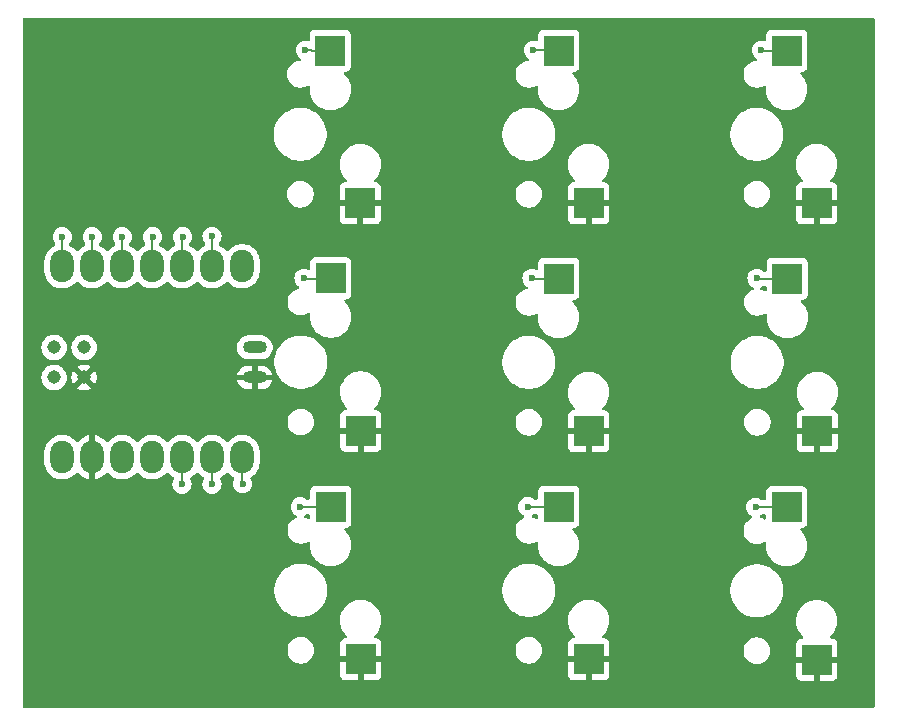
<source format=gbr>
G04 #@! TF.GenerationSoftware,KiCad,Pcbnew,8.0.6*
G04 #@! TF.CreationDate,2025-06-28T13:01:53+01:00*
G04 #@! TF.ProjectId,3x3,3378332e-6b69-4636-9164-5f7063625858,0.1*
G04 #@! TF.SameCoordinates,Original*
G04 #@! TF.FileFunction,Copper,L2,Bot*
G04 #@! TF.FilePolarity,Positive*
%FSLAX46Y46*%
G04 Gerber Fmt 4.6, Leading zero omitted, Abs format (unit mm)*
G04 Created by KiCad (PCBNEW 8.0.6) date 2025-06-28 13:01:53*
%MOMM*%
%LPD*%
G01*
G04 APERTURE LIST*
G04 #@! TA.AperFunction,SMDPad,CuDef*
%ADD10R,2.500000X2.550000*%
G04 #@! TD*
G04 #@! TA.AperFunction,SMDPad,CuDef*
%ADD11O,1.998980X2.748280*%
G04 #@! TD*
G04 #@! TA.AperFunction,SMDPad,CuDef*
%ADD12O,2.032000X1.016000*%
G04 #@! TD*
G04 #@! TA.AperFunction,SMDPad,CuDef*
%ADD13C,1.143000*%
G04 #@! TD*
G04 #@! TA.AperFunction,ViaPad*
%ADD14C,0.600000*%
G04 #@! TD*
G04 #@! TA.AperFunction,Conductor*
%ADD15C,0.200000*%
G04 #@! TD*
G04 APERTURE END LIST*
D10*
X116840000Y-31496000D03*
X119380000Y-44423000D03*
X136144000Y-70131000D03*
X138684000Y-83058000D03*
X116840000Y-70104000D03*
X119380000Y-83031000D03*
X136144000Y-31496000D03*
X138684000Y-44423000D03*
X97536000Y-70104000D03*
X100076000Y-83031000D03*
X136187066Y-50800000D03*
X138727066Y-63727000D03*
X97492934Y-31496000D03*
X100032934Y-44423000D03*
X97536000Y-50773000D03*
X100076000Y-63700000D03*
X116840000Y-50800000D03*
X119380000Y-63727000D03*
D11*
X74788490Y-49749710D03*
X77328490Y-49749710D03*
X79868490Y-49749710D03*
X82408490Y-49749710D03*
X84948490Y-49749710D03*
X87488490Y-49749710D03*
X90028490Y-49749710D03*
X90028490Y-65914270D03*
X87488490Y-65914270D03*
X84948490Y-65914270D03*
X82408490Y-65914270D03*
X79868490Y-65914270D03*
X77328490Y-65914270D03*
X74788490Y-65914270D03*
D12*
X91106310Y-56616590D03*
X91106310Y-59166590D03*
D13*
X74102123Y-56615393D03*
X74102123Y-59155393D03*
X76642123Y-56615393D03*
X76642123Y-59155393D03*
D14*
X95377000Y-31469000D03*
X79883000Y-47244000D03*
X133985000Y-31469000D03*
X74803000Y-47244000D03*
X95250000Y-50773000D03*
X82448400Y-47244000D03*
X114681000Y-31469000D03*
X77343000Y-47244000D03*
X133604000Y-50773000D03*
X87477600Y-47193200D03*
X84988400Y-47244000D03*
X114554000Y-50773000D03*
X94945200Y-70104000D03*
X84937600Y-68224400D03*
X114198400Y-70104000D03*
X87477600Y-68224400D03*
X90068400Y-68173600D03*
X133502400Y-70154800D03*
D15*
X95377000Y-31469000D02*
X95885000Y-31469000D01*
X79868490Y-47258510D02*
X79883000Y-47244000D01*
X95912000Y-31496000D02*
X97492934Y-31496000D01*
X79868490Y-49749710D02*
X79868490Y-47258510D01*
X95885000Y-31469000D02*
X95912000Y-31496000D01*
X134012000Y-31496000D02*
X136144000Y-31496000D01*
X74788490Y-47258510D02*
X74803000Y-47244000D01*
X74788490Y-49749710D02*
X74788490Y-47258510D01*
X133985000Y-31469000D02*
X134012000Y-31496000D01*
X82408490Y-49749710D02*
X82408490Y-47283910D01*
X97492934Y-50800000D02*
X95277000Y-50800000D01*
X82408490Y-47283910D02*
X82448400Y-47244000D01*
X95277000Y-50800000D02*
X95250000Y-50773000D01*
X114681000Y-31469000D02*
X116813000Y-31469000D01*
X77328490Y-49749710D02*
X77328490Y-47258510D01*
X116813000Y-31469000D02*
X116840000Y-31496000D01*
X77328490Y-47258510D02*
X77343000Y-47244000D01*
X136144000Y-50800000D02*
X133631000Y-50800000D01*
X133631000Y-50800000D02*
X133604000Y-50773000D01*
X87488490Y-49749710D02*
X87488490Y-47204090D01*
X87488490Y-47204090D02*
X87477600Y-47193200D01*
X84948490Y-49749710D02*
X84948490Y-47283910D01*
X116840000Y-50800000D02*
X114581000Y-50800000D01*
X84948490Y-47283910D02*
X84988400Y-47244000D01*
X114581000Y-50800000D02*
X114554000Y-50773000D01*
X84948490Y-68213510D02*
X84937600Y-68224400D01*
X84948490Y-65914270D02*
X84948490Y-68213510D01*
X94945200Y-70104000D02*
X97536000Y-70104000D01*
X114198400Y-70104000D02*
X116840000Y-70104000D01*
X87488490Y-68213510D02*
X87477600Y-68224400D01*
X87488490Y-65914270D02*
X87488490Y-68213510D01*
X90028490Y-65914270D02*
X90028490Y-68133690D01*
X90028490Y-68133690D02*
X90068400Y-68173600D01*
X133502400Y-70154800D02*
X133908800Y-70154800D01*
X133908800Y-70154800D02*
X133932600Y-70131000D01*
X133932600Y-70131000D02*
X136144000Y-70131000D01*
G04 #@! TA.AperFunction,Conductor*
G36*
X143531539Y-28751185D02*
G01*
X143577294Y-28803989D01*
X143588500Y-28855500D01*
X143588500Y-86984500D01*
X143568815Y-87051539D01*
X143516011Y-87097294D01*
X143464500Y-87108500D01*
X71561500Y-87108500D01*
X71494461Y-87088815D01*
X71448706Y-87036011D01*
X71437500Y-86984500D01*
X71437500Y-84353844D01*
X98326000Y-84353844D01*
X98332401Y-84413372D01*
X98332403Y-84413379D01*
X98382645Y-84548086D01*
X98382649Y-84548093D01*
X98468809Y-84663187D01*
X98468812Y-84663190D01*
X98583906Y-84749350D01*
X98583913Y-84749354D01*
X98718620Y-84799596D01*
X98718627Y-84799598D01*
X98778155Y-84805999D01*
X98778172Y-84806000D01*
X99826000Y-84806000D01*
X100326000Y-84806000D01*
X101373828Y-84806000D01*
X101373844Y-84805999D01*
X101433372Y-84799598D01*
X101433379Y-84799596D01*
X101568086Y-84749354D01*
X101568093Y-84749350D01*
X101683187Y-84663190D01*
X101683190Y-84663187D01*
X101769350Y-84548093D01*
X101769354Y-84548086D01*
X101819596Y-84413379D01*
X101819598Y-84413372D01*
X101825999Y-84353844D01*
X117630000Y-84353844D01*
X117636401Y-84413372D01*
X117636403Y-84413379D01*
X117686645Y-84548086D01*
X117686649Y-84548093D01*
X117772809Y-84663187D01*
X117772812Y-84663190D01*
X117887906Y-84749350D01*
X117887913Y-84749354D01*
X118022620Y-84799596D01*
X118022627Y-84799598D01*
X118082155Y-84805999D01*
X118082172Y-84806000D01*
X119130000Y-84806000D01*
X119630000Y-84806000D01*
X120677828Y-84806000D01*
X120677844Y-84805999D01*
X120737372Y-84799598D01*
X120737379Y-84799596D01*
X120872086Y-84749354D01*
X120872093Y-84749350D01*
X120987187Y-84663190D01*
X120987190Y-84663187D01*
X121073350Y-84548093D01*
X121073354Y-84548086D01*
X121123596Y-84413379D01*
X121123598Y-84413372D01*
X121127096Y-84380844D01*
X136934000Y-84380844D01*
X136940401Y-84440372D01*
X136940403Y-84440379D01*
X136990645Y-84575086D01*
X136990649Y-84575093D01*
X137076809Y-84690187D01*
X137076812Y-84690190D01*
X137191906Y-84776350D01*
X137191913Y-84776354D01*
X137326620Y-84826596D01*
X137326627Y-84826598D01*
X137386155Y-84832999D01*
X137386172Y-84833000D01*
X138434000Y-84833000D01*
X138934000Y-84833000D01*
X139981828Y-84833000D01*
X139981844Y-84832999D01*
X140041372Y-84826598D01*
X140041379Y-84826596D01*
X140176086Y-84776354D01*
X140176093Y-84776350D01*
X140291187Y-84690190D01*
X140291190Y-84690187D01*
X140377350Y-84575093D01*
X140377354Y-84575086D01*
X140427596Y-84440379D01*
X140427598Y-84440372D01*
X140433999Y-84380844D01*
X140434000Y-84380827D01*
X140434000Y-83308000D01*
X138934000Y-83308000D01*
X138934000Y-84833000D01*
X138434000Y-84833000D01*
X138434000Y-83308000D01*
X136934000Y-83308000D01*
X136934000Y-84380844D01*
X121127096Y-84380844D01*
X121129999Y-84353844D01*
X121130000Y-84353827D01*
X121130000Y-83281000D01*
X119630000Y-83281000D01*
X119630000Y-84806000D01*
X119130000Y-84806000D01*
X119130000Y-83281000D01*
X117630000Y-83281000D01*
X117630000Y-84353844D01*
X101825999Y-84353844D01*
X101826000Y-84353827D01*
X101826000Y-83281000D01*
X100326000Y-83281000D01*
X100326000Y-84806000D01*
X99826000Y-84806000D01*
X99826000Y-83281000D01*
X98326000Y-83281000D01*
X98326000Y-84353844D01*
X71437500Y-84353844D01*
X71437500Y-82180421D01*
X93870500Y-82180421D01*
X93870500Y-82357579D01*
X93884357Y-82445067D01*
X93898214Y-82532556D01*
X93952956Y-82701039D01*
X93952957Y-82701042D01*
X94007456Y-82808000D01*
X94033386Y-82858890D01*
X94137517Y-83002214D01*
X94262786Y-83127483D01*
X94406110Y-83231614D01*
X94483529Y-83271061D01*
X94563957Y-83312042D01*
X94563960Y-83312043D01*
X94647057Y-83339042D01*
X94732445Y-83366786D01*
X94907421Y-83394500D01*
X94907422Y-83394500D01*
X95084578Y-83394500D01*
X95084579Y-83394500D01*
X95259555Y-83366786D01*
X95428042Y-83312042D01*
X95585890Y-83231614D01*
X95729214Y-83127483D01*
X95854483Y-83002214D01*
X95958614Y-82858890D01*
X96039042Y-82701042D01*
X96093786Y-82532555D01*
X96121500Y-82357579D01*
X96121500Y-82180421D01*
X96093786Y-82005445D01*
X96066414Y-81921201D01*
X96039043Y-81836960D01*
X96039042Y-81836957D01*
X95987179Y-81735172D01*
X95958614Y-81679110D01*
X95854483Y-81535786D01*
X95729214Y-81410517D01*
X95585890Y-81306386D01*
X95577957Y-81302344D01*
X95428042Y-81225957D01*
X95428039Y-81225956D01*
X95259556Y-81171214D01*
X95172067Y-81157357D01*
X95084579Y-81143500D01*
X94907421Y-81143500D01*
X94849095Y-81152738D01*
X94732443Y-81171214D01*
X94563960Y-81225956D01*
X94563957Y-81225957D01*
X94406109Y-81306386D01*
X94360327Y-81339649D01*
X94262786Y-81410517D01*
X94262784Y-81410519D01*
X94262783Y-81410519D01*
X94137519Y-81535783D01*
X94137519Y-81535784D01*
X94137517Y-81535786D01*
X94092796Y-81597338D01*
X94033386Y-81679109D01*
X93952957Y-81836957D01*
X93952956Y-81836960D01*
X93898214Y-82005443D01*
X93870500Y-82180421D01*
X71437500Y-82180421D01*
X71437500Y-79614258D01*
X98325500Y-79614258D01*
X98325500Y-79843741D01*
X98350446Y-80033215D01*
X98355452Y-80071238D01*
X98362687Y-80098238D01*
X98414842Y-80292887D01*
X98502650Y-80504876D01*
X98502657Y-80504890D01*
X98617392Y-80703617D01*
X98757081Y-80885661D01*
X98757089Y-80885670D01*
X98915738Y-81044319D01*
X98949223Y-81105642D01*
X98944239Y-81175334D01*
X98902367Y-81231267D01*
X98836903Y-81255684D01*
X98828057Y-81256000D01*
X98778155Y-81256000D01*
X98718627Y-81262401D01*
X98718620Y-81262403D01*
X98583913Y-81312645D01*
X98583906Y-81312649D01*
X98468812Y-81398809D01*
X98468809Y-81398812D01*
X98382649Y-81513906D01*
X98382645Y-81513913D01*
X98332403Y-81648620D01*
X98332401Y-81648627D01*
X98326000Y-81708155D01*
X98326000Y-82781000D01*
X101826000Y-82781000D01*
X101826000Y-82180421D01*
X113174500Y-82180421D01*
X113174500Y-82357579D01*
X113188357Y-82445067D01*
X113202214Y-82532556D01*
X113256956Y-82701039D01*
X113256957Y-82701042D01*
X113311456Y-82808000D01*
X113337386Y-82858890D01*
X113441517Y-83002214D01*
X113566786Y-83127483D01*
X113710110Y-83231614D01*
X113787529Y-83271061D01*
X113867957Y-83312042D01*
X113867960Y-83312043D01*
X113951057Y-83339042D01*
X114036445Y-83366786D01*
X114211421Y-83394500D01*
X114211422Y-83394500D01*
X114388578Y-83394500D01*
X114388579Y-83394500D01*
X114563555Y-83366786D01*
X114732042Y-83312042D01*
X114889890Y-83231614D01*
X115033214Y-83127483D01*
X115158483Y-83002214D01*
X115262614Y-82858890D01*
X115343042Y-82701042D01*
X115397786Y-82532555D01*
X115425500Y-82357579D01*
X115425500Y-82180421D01*
X115397786Y-82005445D01*
X115370414Y-81921201D01*
X115343043Y-81836960D01*
X115343042Y-81836957D01*
X115291179Y-81735172D01*
X115262614Y-81679110D01*
X115158483Y-81535786D01*
X115033214Y-81410517D01*
X114889890Y-81306386D01*
X114881957Y-81302344D01*
X114732042Y-81225957D01*
X114732039Y-81225956D01*
X114563556Y-81171214D01*
X114476067Y-81157357D01*
X114388579Y-81143500D01*
X114211421Y-81143500D01*
X114153095Y-81152738D01*
X114036443Y-81171214D01*
X113867960Y-81225956D01*
X113867957Y-81225957D01*
X113710109Y-81306386D01*
X113664327Y-81339649D01*
X113566786Y-81410517D01*
X113566784Y-81410519D01*
X113566783Y-81410519D01*
X113441519Y-81535783D01*
X113441519Y-81535784D01*
X113441517Y-81535786D01*
X113396796Y-81597338D01*
X113337386Y-81679109D01*
X113256957Y-81836957D01*
X113256956Y-81836960D01*
X113202214Y-82005443D01*
X113174500Y-82180421D01*
X101826000Y-82180421D01*
X101826000Y-81708172D01*
X101825999Y-81708155D01*
X101819598Y-81648627D01*
X101819596Y-81648620D01*
X101769354Y-81513913D01*
X101769350Y-81513906D01*
X101683190Y-81398812D01*
X101683187Y-81398809D01*
X101568093Y-81312649D01*
X101568086Y-81312645D01*
X101433379Y-81262403D01*
X101433372Y-81262401D01*
X101373844Y-81256000D01*
X101323943Y-81256000D01*
X101256904Y-81236315D01*
X101211149Y-81183511D01*
X101201205Y-81114353D01*
X101230230Y-81050797D01*
X101236262Y-81044319D01*
X101394911Y-80885670D01*
X101394914Y-80885665D01*
X101394919Y-80885661D01*
X101534611Y-80703612D01*
X101649344Y-80504888D01*
X101737158Y-80292887D01*
X101796548Y-80071238D01*
X101826500Y-79843734D01*
X101826500Y-79614266D01*
X101826499Y-79614258D01*
X117629500Y-79614258D01*
X117629500Y-79843741D01*
X117654446Y-80033215D01*
X117659452Y-80071238D01*
X117666687Y-80098238D01*
X117718842Y-80292887D01*
X117806650Y-80504876D01*
X117806657Y-80504890D01*
X117921392Y-80703617D01*
X118061081Y-80885661D01*
X118061089Y-80885670D01*
X118219738Y-81044319D01*
X118253223Y-81105642D01*
X118248239Y-81175334D01*
X118206367Y-81231267D01*
X118140903Y-81255684D01*
X118132057Y-81256000D01*
X118082155Y-81256000D01*
X118022627Y-81262401D01*
X118022620Y-81262403D01*
X117887913Y-81312645D01*
X117887906Y-81312649D01*
X117772812Y-81398809D01*
X117772809Y-81398812D01*
X117686649Y-81513906D01*
X117686645Y-81513913D01*
X117636403Y-81648620D01*
X117636401Y-81648627D01*
X117630000Y-81708155D01*
X117630000Y-82781000D01*
X121130000Y-82781000D01*
X121130000Y-82207421D01*
X132478500Y-82207421D01*
X132478500Y-82384578D01*
X132506214Y-82559556D01*
X132560956Y-82728039D01*
X132560957Y-82728042D01*
X132627629Y-82858890D01*
X132641386Y-82885890D01*
X132745517Y-83029214D01*
X132870786Y-83154483D01*
X133014110Y-83258614D01*
X133058045Y-83281000D01*
X133171957Y-83339042D01*
X133171960Y-83339043D01*
X133256201Y-83366414D01*
X133340445Y-83393786D01*
X133515421Y-83421500D01*
X133515422Y-83421500D01*
X133692578Y-83421500D01*
X133692579Y-83421500D01*
X133867555Y-83393786D01*
X134036042Y-83339042D01*
X134193890Y-83258614D01*
X134337214Y-83154483D01*
X134462483Y-83029214D01*
X134566614Y-82885890D01*
X134647042Y-82728042D01*
X134701786Y-82559555D01*
X134729500Y-82384579D01*
X134729500Y-82207421D01*
X134701786Y-82032445D01*
X134647042Y-81863958D01*
X134647042Y-81863957D01*
X134581413Y-81735155D01*
X134566614Y-81706110D01*
X134462483Y-81562786D01*
X134337214Y-81437517D01*
X134193890Y-81333386D01*
X134140900Y-81306386D01*
X134036042Y-81252957D01*
X134036039Y-81252956D01*
X133867556Y-81198214D01*
X133774726Y-81183511D01*
X133692579Y-81170500D01*
X133515421Y-81170500D01*
X133484901Y-81175334D01*
X133340443Y-81198214D01*
X133171960Y-81252956D01*
X133171957Y-81252957D01*
X133014109Y-81333386D01*
X132935970Y-81390158D01*
X132870786Y-81437517D01*
X132870784Y-81437519D01*
X132870783Y-81437519D01*
X132745519Y-81562783D01*
X132745519Y-81562784D01*
X132745517Y-81562786D01*
X132700796Y-81624338D01*
X132641386Y-81706109D01*
X132560957Y-81863957D01*
X132560956Y-81863960D01*
X132506214Y-82032443D01*
X132478500Y-82207421D01*
X121130000Y-82207421D01*
X121130000Y-81708172D01*
X121129999Y-81708155D01*
X121123598Y-81648627D01*
X121123596Y-81648620D01*
X121073354Y-81513913D01*
X121073350Y-81513906D01*
X120987190Y-81398812D01*
X120987187Y-81398809D01*
X120872093Y-81312649D01*
X120872086Y-81312645D01*
X120737379Y-81262403D01*
X120737372Y-81262401D01*
X120677844Y-81256000D01*
X120627943Y-81256000D01*
X120560904Y-81236315D01*
X120515149Y-81183511D01*
X120505205Y-81114353D01*
X120534230Y-81050797D01*
X120540262Y-81044319D01*
X120698911Y-80885670D01*
X120698914Y-80885665D01*
X120698919Y-80885661D01*
X120838611Y-80703612D01*
X120953344Y-80504888D01*
X121041158Y-80292887D01*
X121100548Y-80071238D01*
X121130500Y-79843734D01*
X121130500Y-79641258D01*
X136933500Y-79641258D01*
X136933500Y-79870741D01*
X136958446Y-80060215D01*
X136963452Y-80098238D01*
X137022842Y-80319887D01*
X137110650Y-80531876D01*
X137110656Y-80531888D01*
X137209803Y-80703617D01*
X137225392Y-80730617D01*
X137365081Y-80912661D01*
X137365089Y-80912670D01*
X137523738Y-81071319D01*
X137557223Y-81132642D01*
X137552239Y-81202334D01*
X137510367Y-81258267D01*
X137444903Y-81282684D01*
X137436057Y-81283000D01*
X137386155Y-81283000D01*
X137326627Y-81289401D01*
X137326620Y-81289403D01*
X137191913Y-81339645D01*
X137191906Y-81339649D01*
X137076812Y-81425809D01*
X137076809Y-81425812D01*
X136990649Y-81540906D01*
X136990645Y-81540913D01*
X136940403Y-81675620D01*
X136940401Y-81675627D01*
X136934000Y-81735155D01*
X136934000Y-82808000D01*
X140434000Y-82808000D01*
X140434000Y-81735172D01*
X140433999Y-81735155D01*
X140427598Y-81675627D01*
X140427596Y-81675620D01*
X140377354Y-81540913D01*
X140377350Y-81540906D01*
X140291190Y-81425812D01*
X140291187Y-81425809D01*
X140176093Y-81339649D01*
X140176086Y-81339645D01*
X140041379Y-81289403D01*
X140041372Y-81289401D01*
X139981844Y-81283000D01*
X139931943Y-81283000D01*
X139864904Y-81263315D01*
X139819149Y-81210511D01*
X139809205Y-81141353D01*
X139838230Y-81077797D01*
X139844262Y-81071319D01*
X140002911Y-80912670D01*
X140002914Y-80912665D01*
X140002919Y-80912661D01*
X140142611Y-80730612D01*
X140257344Y-80531888D01*
X140345158Y-80319887D01*
X140404548Y-80098238D01*
X140434500Y-79870734D01*
X140434500Y-79641266D01*
X140404548Y-79413762D01*
X140345158Y-79192113D01*
X140295190Y-79071480D01*
X140257349Y-78980123D01*
X140257346Y-78980117D01*
X140257344Y-78980112D01*
X140142611Y-78781388D01*
X140142608Y-78781385D01*
X140142607Y-78781382D01*
X140002918Y-78599338D01*
X140002911Y-78599330D01*
X139840670Y-78437089D01*
X139840661Y-78437081D01*
X139658617Y-78297392D01*
X139459890Y-78182657D01*
X139459876Y-78182650D01*
X139247887Y-78094842D01*
X139147120Y-78067842D01*
X139026238Y-78035452D01*
X138988215Y-78030446D01*
X138798741Y-78005500D01*
X138798734Y-78005500D01*
X138569266Y-78005500D01*
X138569258Y-78005500D01*
X138352715Y-78034009D01*
X138341762Y-78035452D01*
X138248076Y-78060554D01*
X138120112Y-78094842D01*
X137908123Y-78182650D01*
X137908109Y-78182657D01*
X137709382Y-78297392D01*
X137527338Y-78437081D01*
X137365081Y-78599338D01*
X137225392Y-78781382D01*
X137110657Y-78980109D01*
X137110650Y-78980123D01*
X137022842Y-79192112D01*
X137011815Y-79233265D01*
X136970685Y-79386770D01*
X136963453Y-79413759D01*
X136963451Y-79413770D01*
X136933500Y-79641258D01*
X121130500Y-79641258D01*
X121130500Y-79614266D01*
X121100548Y-79386762D01*
X121041158Y-79165113D01*
X120991190Y-79044480D01*
X120953349Y-78953123D01*
X120953346Y-78953117D01*
X120953344Y-78953112D01*
X120838611Y-78754388D01*
X120838608Y-78754385D01*
X120838607Y-78754382D01*
X120698918Y-78572338D01*
X120698911Y-78572330D01*
X120536670Y-78410089D01*
X120536661Y-78410081D01*
X120354617Y-78270392D01*
X120155890Y-78155657D01*
X120155876Y-78155650D01*
X119943887Y-78067842D01*
X119722238Y-78008452D01*
X119684215Y-78003446D01*
X119494741Y-77978500D01*
X119494734Y-77978500D01*
X119265266Y-77978500D01*
X119265258Y-77978500D01*
X119060184Y-78005500D01*
X119037762Y-78008452D01*
X118944076Y-78033554D01*
X118816112Y-78067842D01*
X118604123Y-78155650D01*
X118604109Y-78155657D01*
X118405382Y-78270392D01*
X118223338Y-78410081D01*
X118061081Y-78572338D01*
X117921392Y-78754382D01*
X117806657Y-78953109D01*
X117806650Y-78953123D01*
X117718842Y-79165112D01*
X117659453Y-79386759D01*
X117659451Y-79386770D01*
X117629500Y-79614258D01*
X101826499Y-79614258D01*
X101796548Y-79386762D01*
X101737158Y-79165113D01*
X101687190Y-79044480D01*
X101649349Y-78953123D01*
X101649346Y-78953117D01*
X101649344Y-78953112D01*
X101534611Y-78754388D01*
X101534608Y-78754385D01*
X101534607Y-78754382D01*
X101394918Y-78572338D01*
X101394911Y-78572330D01*
X101232670Y-78410089D01*
X101232661Y-78410081D01*
X101050617Y-78270392D01*
X100851890Y-78155657D01*
X100851876Y-78155650D01*
X100639887Y-78067842D01*
X100418238Y-78008452D01*
X100380215Y-78003446D01*
X100190741Y-77978500D01*
X100190734Y-77978500D01*
X99961266Y-77978500D01*
X99961258Y-77978500D01*
X99756184Y-78005500D01*
X99733762Y-78008452D01*
X99640076Y-78033554D01*
X99512112Y-78067842D01*
X99300123Y-78155650D01*
X99300109Y-78155657D01*
X99101382Y-78270392D01*
X98919338Y-78410081D01*
X98757081Y-78572338D01*
X98617392Y-78754382D01*
X98502657Y-78953109D01*
X98502650Y-78953123D01*
X98414842Y-79165112D01*
X98355453Y-79386759D01*
X98355451Y-79386770D01*
X98325500Y-79614258D01*
X71437500Y-79614258D01*
X71437500Y-77041900D01*
X92751600Y-77041900D01*
X92751600Y-77336099D01*
X92751601Y-77336116D01*
X92790001Y-77627796D01*
X92866152Y-77911994D01*
X92978734Y-78183794D01*
X92978742Y-78183810D01*
X93125840Y-78438589D01*
X93125851Y-78438605D01*
X93304948Y-78672009D01*
X93304954Y-78672016D01*
X93512983Y-78880045D01*
X93512990Y-78880051D01*
X93643388Y-78980109D01*
X93746403Y-79059155D01*
X93746410Y-79059159D01*
X94001189Y-79206257D01*
X94001205Y-79206265D01*
X94273005Y-79318847D01*
X94273007Y-79318847D01*
X94273013Y-79318850D01*
X94557200Y-79394998D01*
X94848894Y-79433400D01*
X94848901Y-79433400D01*
X95143099Y-79433400D01*
X95143106Y-79433400D01*
X95434800Y-79394998D01*
X95718987Y-79318850D01*
X95792318Y-79288475D01*
X95990794Y-79206265D01*
X95990797Y-79206263D01*
X95990803Y-79206261D01*
X96245597Y-79059155D01*
X96479011Y-78880050D01*
X96687050Y-78672011D01*
X96866155Y-78438597D01*
X97013261Y-78183803D01*
X97024920Y-78155657D01*
X97125847Y-77911994D01*
X97125846Y-77911994D01*
X97125850Y-77911987D01*
X97201998Y-77627800D01*
X97240400Y-77336106D01*
X97240400Y-77041900D01*
X112055600Y-77041900D01*
X112055600Y-77336099D01*
X112055601Y-77336116D01*
X112094001Y-77627796D01*
X112170152Y-77911994D01*
X112282734Y-78183794D01*
X112282742Y-78183810D01*
X112429840Y-78438589D01*
X112429851Y-78438605D01*
X112608948Y-78672009D01*
X112608954Y-78672016D01*
X112816983Y-78880045D01*
X112816990Y-78880051D01*
X112947388Y-78980109D01*
X113050403Y-79059155D01*
X113050410Y-79059159D01*
X113305189Y-79206257D01*
X113305205Y-79206265D01*
X113577005Y-79318847D01*
X113577007Y-79318847D01*
X113577013Y-79318850D01*
X113861200Y-79394998D01*
X114152894Y-79433400D01*
X114152901Y-79433400D01*
X114447099Y-79433400D01*
X114447106Y-79433400D01*
X114738800Y-79394998D01*
X115022987Y-79318850D01*
X115096318Y-79288475D01*
X115294794Y-79206265D01*
X115294797Y-79206263D01*
X115294803Y-79206261D01*
X115549597Y-79059155D01*
X115783011Y-78880050D01*
X115991050Y-78672011D01*
X116170155Y-78438597D01*
X116317261Y-78183803D01*
X116328920Y-78155657D01*
X116429847Y-77911994D01*
X116429846Y-77911994D01*
X116429850Y-77911987D01*
X116505998Y-77627800D01*
X116544400Y-77336106D01*
X116544400Y-77068900D01*
X131359600Y-77068900D01*
X131359600Y-77363099D01*
X131359601Y-77363116D01*
X131398001Y-77654796D01*
X131474152Y-77938994D01*
X131586734Y-78210794D01*
X131586742Y-78210810D01*
X131733840Y-78465589D01*
X131733851Y-78465605D01*
X131912948Y-78699009D01*
X131912954Y-78699016D01*
X132120983Y-78907045D01*
X132120990Y-78907051D01*
X132287205Y-79034592D01*
X132354403Y-79086155D01*
X132354410Y-79086159D01*
X132609189Y-79233257D01*
X132609205Y-79233265D01*
X132881005Y-79345847D01*
X132881007Y-79345847D01*
X132881013Y-79345850D01*
X133165200Y-79421998D01*
X133456894Y-79460400D01*
X133456901Y-79460400D01*
X133751099Y-79460400D01*
X133751106Y-79460400D01*
X134042800Y-79421998D01*
X134326987Y-79345850D01*
X134400318Y-79315475D01*
X134598794Y-79233265D01*
X134598797Y-79233263D01*
X134598803Y-79233261D01*
X134853597Y-79086155D01*
X135087011Y-78907050D01*
X135295050Y-78699011D01*
X135474155Y-78465597D01*
X135621261Y-78210803D01*
X135632449Y-78183794D01*
X135733847Y-77938994D01*
X135733846Y-77938994D01*
X135733850Y-77938987D01*
X135809998Y-77654800D01*
X135848400Y-77363106D01*
X135848400Y-77068894D01*
X135809998Y-76777200D01*
X135733850Y-76493013D01*
X135733847Y-76493005D01*
X135621265Y-76221205D01*
X135621257Y-76221189D01*
X135474159Y-75966410D01*
X135474155Y-75966403D01*
X135295050Y-75732989D01*
X135295045Y-75732983D01*
X135087016Y-75524954D01*
X135087009Y-75524948D01*
X134853605Y-75345851D01*
X134853603Y-75345849D01*
X134853597Y-75345845D01*
X134853592Y-75345842D01*
X134853589Y-75345840D01*
X134598810Y-75198742D01*
X134598794Y-75198734D01*
X134326994Y-75086152D01*
X134226229Y-75059152D01*
X134042800Y-75010002D01*
X134042799Y-75010001D01*
X134042796Y-75010001D01*
X133751116Y-74971601D01*
X133751111Y-74971600D01*
X133751106Y-74971600D01*
X133456894Y-74971600D01*
X133456888Y-74971600D01*
X133456883Y-74971601D01*
X133165203Y-75010001D01*
X132881005Y-75086152D01*
X132609205Y-75198734D01*
X132609189Y-75198742D01*
X132354410Y-75345840D01*
X132354394Y-75345851D01*
X132120990Y-75524948D01*
X132120983Y-75524954D01*
X131912954Y-75732983D01*
X131912948Y-75732990D01*
X131733851Y-75966394D01*
X131733840Y-75966410D01*
X131586742Y-76221189D01*
X131586734Y-76221205D01*
X131474152Y-76493005D01*
X131398001Y-76777203D01*
X131359601Y-77068883D01*
X131359600Y-77068900D01*
X116544400Y-77068900D01*
X116544400Y-77041894D01*
X116505998Y-76750200D01*
X116429850Y-76466013D01*
X116429847Y-76466005D01*
X116317265Y-76194205D01*
X116317257Y-76194189D01*
X116170159Y-75939410D01*
X116170155Y-75939403D01*
X115991050Y-75705989D01*
X115991045Y-75705983D01*
X115783016Y-75497954D01*
X115783009Y-75497948D01*
X115549605Y-75318851D01*
X115549603Y-75318849D01*
X115549597Y-75318845D01*
X115549592Y-75318842D01*
X115549589Y-75318840D01*
X115294810Y-75171742D01*
X115294794Y-75171734D01*
X115022994Y-75059152D01*
X114738796Y-74983001D01*
X114447116Y-74944601D01*
X114447111Y-74944600D01*
X114447106Y-74944600D01*
X114152894Y-74944600D01*
X114152888Y-74944600D01*
X114152883Y-74944601D01*
X113861203Y-74983001D01*
X113577005Y-75059152D01*
X113305205Y-75171734D01*
X113305189Y-75171742D01*
X113050410Y-75318840D01*
X113050394Y-75318851D01*
X112816990Y-75497948D01*
X112816983Y-75497954D01*
X112608954Y-75705983D01*
X112608948Y-75705990D01*
X112429851Y-75939394D01*
X112429840Y-75939410D01*
X112282742Y-76194189D01*
X112282734Y-76194205D01*
X112170152Y-76466005D01*
X112094001Y-76750203D01*
X112055601Y-77041883D01*
X112055600Y-77041900D01*
X97240400Y-77041900D01*
X97240400Y-77041894D01*
X97201998Y-76750200D01*
X97125850Y-76466013D01*
X97125847Y-76466005D01*
X97013265Y-76194205D01*
X97013257Y-76194189D01*
X96866159Y-75939410D01*
X96866155Y-75939403D01*
X96687050Y-75705989D01*
X96687045Y-75705983D01*
X96479016Y-75497954D01*
X96479009Y-75497948D01*
X96245605Y-75318851D01*
X96245603Y-75318849D01*
X96245597Y-75318845D01*
X96245592Y-75318842D01*
X96245589Y-75318840D01*
X95990810Y-75171742D01*
X95990794Y-75171734D01*
X95718994Y-75059152D01*
X95434796Y-74983001D01*
X95143116Y-74944601D01*
X95143111Y-74944600D01*
X95143106Y-74944600D01*
X94848894Y-74944600D01*
X94848888Y-74944600D01*
X94848883Y-74944601D01*
X94557203Y-74983001D01*
X94273005Y-75059152D01*
X94001205Y-75171734D01*
X94001189Y-75171742D01*
X93746410Y-75318840D01*
X93746394Y-75318851D01*
X93512990Y-75497948D01*
X93512983Y-75497954D01*
X93304954Y-75705983D01*
X93304948Y-75705990D01*
X93125851Y-75939394D01*
X93125840Y-75939410D01*
X92978742Y-76194189D01*
X92978734Y-76194205D01*
X92866152Y-76466005D01*
X92790001Y-76750203D01*
X92751601Y-77041883D01*
X92751600Y-77041900D01*
X71437500Y-77041900D01*
X71437500Y-72020421D01*
X93870500Y-72020421D01*
X93870500Y-72197579D01*
X93878697Y-72249330D01*
X93898214Y-72372556D01*
X93952956Y-72541039D01*
X93952957Y-72541042D01*
X93998347Y-72630123D01*
X94033386Y-72698890D01*
X94137517Y-72842214D01*
X94262786Y-72967483D01*
X94406110Y-73071614D01*
X94483529Y-73111061D01*
X94563957Y-73152042D01*
X94563960Y-73152043D01*
X94647057Y-73179042D01*
X94732445Y-73206786D01*
X94907421Y-73234500D01*
X94907422Y-73234500D01*
X95084578Y-73234500D01*
X95084579Y-73234500D01*
X95259555Y-73206786D01*
X95428042Y-73152042D01*
X95585890Y-73071614D01*
X95601161Y-73060518D01*
X95666964Y-73037038D01*
X95735018Y-73052862D01*
X95783715Y-73102966D01*
X95797592Y-73171443D01*
X95796986Y-73177022D01*
X95785500Y-73264258D01*
X95785500Y-73493741D01*
X95810446Y-73683215D01*
X95815452Y-73721238D01*
X95822687Y-73748238D01*
X95874842Y-73942887D01*
X95962650Y-74154876D01*
X95962657Y-74154890D01*
X96077392Y-74353617D01*
X96217081Y-74535661D01*
X96217089Y-74535670D01*
X96379330Y-74697911D01*
X96379338Y-74697918D01*
X96379339Y-74697919D01*
X96414525Y-74724918D01*
X96561382Y-74837607D01*
X96561385Y-74837608D01*
X96561388Y-74837611D01*
X96760112Y-74952344D01*
X96760117Y-74952346D01*
X96760123Y-74952349D01*
X96851480Y-74990190D01*
X96972113Y-75040158D01*
X97193762Y-75099548D01*
X97421266Y-75129500D01*
X97421273Y-75129500D01*
X97650727Y-75129500D01*
X97650734Y-75129500D01*
X97878238Y-75099548D01*
X98099887Y-75040158D01*
X98311888Y-74952344D01*
X98510612Y-74837611D01*
X98692661Y-74697919D01*
X98692665Y-74697914D01*
X98692670Y-74697911D01*
X98854911Y-74535670D01*
X98854914Y-74535665D01*
X98854919Y-74535661D01*
X98994611Y-74353612D01*
X99109344Y-74154888D01*
X99197158Y-73942887D01*
X99256548Y-73721238D01*
X99286500Y-73493734D01*
X99286500Y-73264266D01*
X99256548Y-73036762D01*
X99197158Y-72815113D01*
X99147190Y-72694480D01*
X99109349Y-72603123D01*
X99109346Y-72603117D01*
X99109344Y-72603112D01*
X98994611Y-72404388D01*
X98994608Y-72404385D01*
X98994607Y-72404382D01*
X98854918Y-72222338D01*
X98854911Y-72222330D01*
X98723761Y-72091180D01*
X98690276Y-72029857D01*
X98690951Y-72020421D01*
X113174500Y-72020421D01*
X113174500Y-72197579D01*
X113182697Y-72249330D01*
X113202214Y-72372556D01*
X113256956Y-72541039D01*
X113256957Y-72541042D01*
X113302347Y-72630123D01*
X113337386Y-72698890D01*
X113441517Y-72842214D01*
X113566786Y-72967483D01*
X113710110Y-73071614D01*
X113787529Y-73111061D01*
X113867957Y-73152042D01*
X113867960Y-73152043D01*
X113951057Y-73179042D01*
X114036445Y-73206786D01*
X114211421Y-73234500D01*
X114211422Y-73234500D01*
X114388578Y-73234500D01*
X114388579Y-73234500D01*
X114563555Y-73206786D01*
X114732042Y-73152042D01*
X114889890Y-73071614D01*
X114905161Y-73060518D01*
X114970964Y-73037038D01*
X115039018Y-73052862D01*
X115087715Y-73102966D01*
X115101592Y-73171443D01*
X115100986Y-73177022D01*
X115089500Y-73264258D01*
X115089500Y-73493741D01*
X115114446Y-73683215D01*
X115119452Y-73721238D01*
X115126687Y-73748238D01*
X115178842Y-73942887D01*
X115266650Y-74154876D01*
X115266657Y-74154890D01*
X115381392Y-74353617D01*
X115521081Y-74535661D01*
X115521089Y-74535670D01*
X115683330Y-74697911D01*
X115683338Y-74697918D01*
X115683339Y-74697919D01*
X115718525Y-74724918D01*
X115865382Y-74837607D01*
X115865385Y-74837608D01*
X115865388Y-74837611D01*
X116064112Y-74952344D01*
X116064117Y-74952346D01*
X116064123Y-74952349D01*
X116155480Y-74990190D01*
X116276113Y-75040158D01*
X116497762Y-75099548D01*
X116725266Y-75129500D01*
X116725273Y-75129500D01*
X116954727Y-75129500D01*
X116954734Y-75129500D01*
X117182238Y-75099548D01*
X117403887Y-75040158D01*
X117615888Y-74952344D01*
X117814612Y-74837611D01*
X117996661Y-74697919D01*
X117996665Y-74697914D01*
X117996670Y-74697911D01*
X118158911Y-74535670D01*
X118158914Y-74535665D01*
X118158919Y-74535661D01*
X118298611Y-74353612D01*
X118413344Y-74154888D01*
X118501158Y-73942887D01*
X118560548Y-73721238D01*
X118590500Y-73493734D01*
X118590500Y-73264266D01*
X118560548Y-73036762D01*
X118501158Y-72815113D01*
X118451190Y-72694480D01*
X118413349Y-72603123D01*
X118413346Y-72603117D01*
X118413344Y-72603112D01*
X118298611Y-72404388D01*
X118298608Y-72404385D01*
X118298607Y-72404382D01*
X118158918Y-72222338D01*
X118158911Y-72222330D01*
X118027761Y-72091180D01*
X118003867Y-72047421D01*
X132478500Y-72047421D01*
X132478500Y-72224578D01*
X132506214Y-72399556D01*
X132560956Y-72568039D01*
X132560957Y-72568042D01*
X132627629Y-72698890D01*
X132641386Y-72725890D01*
X132745517Y-72869214D01*
X132870786Y-72994483D01*
X133014110Y-73098614D01*
X133091529Y-73138061D01*
X133171957Y-73179042D01*
X133171960Y-73179043D01*
X133256201Y-73206414D01*
X133340445Y-73233786D01*
X133515421Y-73261500D01*
X133515422Y-73261500D01*
X133692578Y-73261500D01*
X133692579Y-73261500D01*
X133867555Y-73233786D01*
X134036042Y-73179042D01*
X134193890Y-73098614D01*
X134209161Y-73087518D01*
X134274964Y-73064038D01*
X134343018Y-73079862D01*
X134391715Y-73129966D01*
X134405592Y-73198443D01*
X134404986Y-73204022D01*
X134393500Y-73291258D01*
X134393500Y-73520741D01*
X134418446Y-73710215D01*
X134423452Y-73748238D01*
X134482842Y-73969887D01*
X134570650Y-74181876D01*
X134570656Y-74181888D01*
X134669803Y-74353617D01*
X134685392Y-74380617D01*
X134825081Y-74562661D01*
X134825089Y-74562670D01*
X134987330Y-74724911D01*
X134987338Y-74724918D01*
X135169382Y-74864607D01*
X135169385Y-74864608D01*
X135169388Y-74864611D01*
X135368112Y-74979344D01*
X135368117Y-74979346D01*
X135368123Y-74979349D01*
X135459480Y-75017190D01*
X135580113Y-75067158D01*
X135801762Y-75126548D01*
X136029266Y-75156500D01*
X136029273Y-75156500D01*
X136258727Y-75156500D01*
X136258734Y-75156500D01*
X136486238Y-75126548D01*
X136707887Y-75067158D01*
X136919888Y-74979344D01*
X137118612Y-74864611D01*
X137300661Y-74724919D01*
X137300665Y-74724914D01*
X137300670Y-74724911D01*
X137462911Y-74562670D01*
X137462914Y-74562665D01*
X137462919Y-74562661D01*
X137602611Y-74380612D01*
X137717344Y-74181888D01*
X137805158Y-73969887D01*
X137864548Y-73748238D01*
X137894500Y-73520734D01*
X137894500Y-73291266D01*
X137864548Y-73063762D01*
X137805158Y-72842113D01*
X137717344Y-72630112D01*
X137602611Y-72431388D01*
X137602608Y-72431385D01*
X137602607Y-72431382D01*
X137462918Y-72249338D01*
X137462911Y-72249330D01*
X137331761Y-72118180D01*
X137298276Y-72056857D01*
X137303260Y-71987165D01*
X137345132Y-71931232D01*
X137410596Y-71906815D01*
X137419442Y-71906499D01*
X137441871Y-71906499D01*
X137441872Y-71906499D01*
X137501483Y-71900091D01*
X137636331Y-71849796D01*
X137751546Y-71763546D01*
X137837796Y-71648331D01*
X137888091Y-71513483D01*
X137894500Y-71453873D01*
X137894499Y-68808128D01*
X137888091Y-68748517D01*
X137878020Y-68721516D01*
X137837797Y-68613671D01*
X137837793Y-68613664D01*
X137751547Y-68498455D01*
X137751544Y-68498452D01*
X137636335Y-68412206D01*
X137636328Y-68412202D01*
X137501482Y-68361908D01*
X137501483Y-68361908D01*
X137441883Y-68355501D01*
X137441881Y-68355500D01*
X137441873Y-68355500D01*
X137441864Y-68355500D01*
X134846129Y-68355500D01*
X134846123Y-68355501D01*
X134786516Y-68361908D01*
X134651671Y-68412202D01*
X134651664Y-68412206D01*
X134536455Y-68498452D01*
X134536452Y-68498455D01*
X134450206Y-68613664D01*
X134450202Y-68613671D01*
X134399908Y-68748517D01*
X134393501Y-68808116D01*
X134393501Y-68808123D01*
X134393500Y-68808135D01*
X134393500Y-69406500D01*
X134373815Y-69473539D01*
X134321011Y-69519294D01*
X134269500Y-69530500D01*
X134049164Y-69530500D01*
X133983192Y-69511493D01*
X133851926Y-69429012D01*
X133681654Y-69369431D01*
X133681649Y-69369430D01*
X133502404Y-69349235D01*
X133502396Y-69349235D01*
X133323150Y-69369430D01*
X133323145Y-69369431D01*
X133152876Y-69429011D01*
X133000137Y-69524984D01*
X132872584Y-69652537D01*
X132776611Y-69805276D01*
X132717031Y-69975545D01*
X132717030Y-69975550D01*
X132696835Y-70154796D01*
X132696835Y-70154803D01*
X132717030Y-70334049D01*
X132717031Y-70334054D01*
X132776611Y-70504323D01*
X132840664Y-70606262D01*
X132872584Y-70657062D01*
X133000138Y-70784616D01*
X133088472Y-70840120D01*
X133158774Y-70884294D01*
X133157888Y-70885702D01*
X133203338Y-70926736D01*
X133221652Y-70994162D01*
X133200606Y-71060787D01*
X133153974Y-71102120D01*
X133014111Y-71173384D01*
X132913845Y-71246232D01*
X132870786Y-71277517D01*
X132870784Y-71277519D01*
X132870783Y-71277519D01*
X132745519Y-71402783D01*
X132745519Y-71402784D01*
X132745517Y-71402786D01*
X132728017Y-71426873D01*
X132641386Y-71546109D01*
X132560957Y-71703957D01*
X132560956Y-71703960D01*
X132506214Y-71872443D01*
X132478500Y-72047421D01*
X118003867Y-72047421D01*
X117994276Y-72029857D01*
X117999260Y-71960165D01*
X118041132Y-71904232D01*
X118106596Y-71879815D01*
X118115442Y-71879499D01*
X118137871Y-71879499D01*
X118137872Y-71879499D01*
X118197483Y-71873091D01*
X118332331Y-71822796D01*
X118447546Y-71736546D01*
X118533796Y-71621331D01*
X118584091Y-71486483D01*
X118590500Y-71426873D01*
X118590499Y-68781128D01*
X118584091Y-68721517D01*
X118543866Y-68613669D01*
X118533797Y-68586671D01*
X118533793Y-68586664D01*
X118447547Y-68471455D01*
X118447544Y-68471452D01*
X118332335Y-68385206D01*
X118332328Y-68385202D01*
X118197482Y-68334908D01*
X118197483Y-68334908D01*
X118137883Y-68328501D01*
X118137881Y-68328500D01*
X118137873Y-68328500D01*
X118137864Y-68328500D01*
X115542129Y-68328500D01*
X115542123Y-68328501D01*
X115482516Y-68334908D01*
X115347671Y-68385202D01*
X115347664Y-68385206D01*
X115232455Y-68471452D01*
X115232452Y-68471455D01*
X115146206Y-68586664D01*
X115146202Y-68586671D01*
X115095908Y-68721517D01*
X115089501Y-68781116D01*
X115089501Y-68781123D01*
X115089500Y-68781135D01*
X115089500Y-69379500D01*
X115069815Y-69446539D01*
X115017011Y-69492294D01*
X114965500Y-69503500D01*
X114780812Y-69503500D01*
X114713773Y-69483815D01*
X114703497Y-69476445D01*
X114700663Y-69474185D01*
X114700662Y-69474184D01*
X114592944Y-69406500D01*
X114547923Y-69378211D01*
X114377654Y-69318631D01*
X114377649Y-69318630D01*
X114198404Y-69298435D01*
X114198396Y-69298435D01*
X114019150Y-69318630D01*
X114019145Y-69318631D01*
X113848876Y-69378211D01*
X113696137Y-69474184D01*
X113568584Y-69601737D01*
X113472611Y-69754476D01*
X113413031Y-69924745D01*
X113413030Y-69924750D01*
X113392835Y-70103996D01*
X113392835Y-70104003D01*
X113413030Y-70283249D01*
X113413031Y-70283254D01*
X113472611Y-70453523D01*
X113504531Y-70504323D01*
X113568584Y-70606262D01*
X113696138Y-70733816D01*
X113776984Y-70784615D01*
X113848878Y-70829789D01*
X113861672Y-70834266D01*
X113918448Y-70874987D01*
X113944196Y-70939940D01*
X113930740Y-71008502D01*
X113882353Y-71058905D01*
X113868179Y-71065866D01*
X113867961Y-71065956D01*
X113710109Y-71146386D01*
X113639365Y-71197785D01*
X113566786Y-71250517D01*
X113566784Y-71250519D01*
X113566783Y-71250519D01*
X113441519Y-71375783D01*
X113441519Y-71375784D01*
X113441517Y-71375786D01*
X113404407Y-71426864D01*
X113337386Y-71519109D01*
X113256957Y-71676957D01*
X113256956Y-71676960D01*
X113202214Y-71845443D01*
X113192494Y-71906815D01*
X113174500Y-72020421D01*
X98690951Y-72020421D01*
X98695260Y-71960165D01*
X98737132Y-71904232D01*
X98802596Y-71879815D01*
X98811442Y-71879499D01*
X98833871Y-71879499D01*
X98833872Y-71879499D01*
X98893483Y-71873091D01*
X99028331Y-71822796D01*
X99143546Y-71736546D01*
X99229796Y-71621331D01*
X99280091Y-71486483D01*
X99286500Y-71426873D01*
X99286499Y-68781128D01*
X99280091Y-68721517D01*
X99239866Y-68613669D01*
X99229797Y-68586671D01*
X99229793Y-68586664D01*
X99143547Y-68471455D01*
X99143544Y-68471452D01*
X99028335Y-68385206D01*
X99028328Y-68385202D01*
X98893482Y-68334908D01*
X98893483Y-68334908D01*
X98833883Y-68328501D01*
X98833881Y-68328500D01*
X98833873Y-68328500D01*
X98833864Y-68328500D01*
X96238129Y-68328500D01*
X96238123Y-68328501D01*
X96178516Y-68334908D01*
X96043671Y-68385202D01*
X96043664Y-68385206D01*
X95928455Y-68471452D01*
X95928452Y-68471455D01*
X95842206Y-68586664D01*
X95842202Y-68586671D01*
X95791908Y-68721517D01*
X95785501Y-68781116D01*
X95785501Y-68781123D01*
X95785500Y-68781135D01*
X95785500Y-69379500D01*
X95765815Y-69446539D01*
X95713011Y-69492294D01*
X95661500Y-69503500D01*
X95527612Y-69503500D01*
X95460573Y-69483815D01*
X95450297Y-69476445D01*
X95447463Y-69474185D01*
X95447462Y-69474184D01*
X95339744Y-69406500D01*
X95294723Y-69378211D01*
X95124454Y-69318631D01*
X95124449Y-69318630D01*
X94945204Y-69298435D01*
X94945196Y-69298435D01*
X94765950Y-69318630D01*
X94765945Y-69318631D01*
X94595676Y-69378211D01*
X94442937Y-69474184D01*
X94315384Y-69601737D01*
X94219411Y-69754476D01*
X94159831Y-69924745D01*
X94159830Y-69924750D01*
X94139635Y-70103996D01*
X94139635Y-70104003D01*
X94159830Y-70283249D01*
X94159831Y-70283254D01*
X94219411Y-70453523D01*
X94251331Y-70504323D01*
X94315384Y-70606262D01*
X94442938Y-70733816D01*
X94523784Y-70784615D01*
X94595678Y-70829789D01*
X94597222Y-70830533D01*
X94598046Y-70831277D01*
X94601574Y-70833494D01*
X94601185Y-70834112D01*
X94649079Y-70877358D01*
X94667389Y-70944786D01*
X94646338Y-71011409D01*
X94592609Y-71056075D01*
X94581734Y-71060182D01*
X94563957Y-71065958D01*
X94406109Y-71146386D01*
X94335365Y-71197785D01*
X94262786Y-71250517D01*
X94262784Y-71250519D01*
X94262783Y-71250519D01*
X94137519Y-71375783D01*
X94137519Y-71375784D01*
X94137517Y-71375786D01*
X94100407Y-71426864D01*
X94033386Y-71519109D01*
X93952957Y-71676957D01*
X93952956Y-71676960D01*
X93898214Y-71845443D01*
X93888494Y-71906815D01*
X93870500Y-72020421D01*
X71437500Y-72020421D01*
X71437500Y-65421568D01*
X73288500Y-65421568D01*
X73288500Y-66406971D01*
X73325435Y-66640168D01*
X73398396Y-66864720D01*
X73505586Y-67075089D01*
X73644356Y-67266091D01*
X73644360Y-67266096D01*
X73811313Y-67433049D01*
X73811318Y-67433053D01*
X73977921Y-67554096D01*
X74002324Y-67571826D01*
X74136370Y-67640126D01*
X74212689Y-67679013D01*
X74212691Y-67679013D01*
X74212694Y-67679015D01*
X74437242Y-67751975D01*
X74670438Y-67788910D01*
X74670439Y-67788910D01*
X74906541Y-67788910D01*
X74906542Y-67788910D01*
X75139738Y-67751975D01*
X75364286Y-67679015D01*
X75574656Y-67571826D01*
X75765668Y-67433048D01*
X75932618Y-67266098D01*
X75958480Y-67230500D01*
X76013806Y-67187835D01*
X76083420Y-67181854D01*
X76145216Y-67214458D01*
X76159116Y-67230499D01*
X76184744Y-67265773D01*
X76351635Y-67432664D01*
X76542585Y-67571398D01*
X76752881Y-67678550D01*
X76977354Y-67751486D01*
X76977360Y-67751488D01*
X77078490Y-67767505D01*
X77078490Y-64061033D01*
X77578490Y-64061033D01*
X77578490Y-67767504D01*
X77679619Y-67751488D01*
X77679625Y-67751486D01*
X77904098Y-67678550D01*
X78114394Y-67571398D01*
X78305343Y-67432664D01*
X78305344Y-67432664D01*
X78472240Y-67265768D01*
X78497862Y-67230502D01*
X78553191Y-67187836D01*
X78622804Y-67181855D01*
X78684600Y-67214460D01*
X78698500Y-67230502D01*
X78724358Y-67266094D01*
X78891313Y-67433049D01*
X78891318Y-67433053D01*
X79057921Y-67554096D01*
X79082324Y-67571826D01*
X79216370Y-67640126D01*
X79292689Y-67679013D01*
X79292691Y-67679013D01*
X79292694Y-67679015D01*
X79517242Y-67751975D01*
X79750438Y-67788910D01*
X79750439Y-67788910D01*
X79986541Y-67788910D01*
X79986542Y-67788910D01*
X80219738Y-67751975D01*
X80444286Y-67679015D01*
X80654656Y-67571826D01*
X80845668Y-67433048D01*
X81012618Y-67266098D01*
X81038171Y-67230926D01*
X81093500Y-67188261D01*
X81163113Y-67182280D01*
X81224909Y-67214885D01*
X81238809Y-67230927D01*
X81264358Y-67266094D01*
X81431313Y-67433049D01*
X81431318Y-67433053D01*
X81597921Y-67554096D01*
X81622324Y-67571826D01*
X81756370Y-67640126D01*
X81832689Y-67679013D01*
X81832691Y-67679013D01*
X81832694Y-67679015D01*
X82057242Y-67751975D01*
X82290438Y-67788910D01*
X82290439Y-67788910D01*
X82526541Y-67788910D01*
X82526542Y-67788910D01*
X82759738Y-67751975D01*
X82984286Y-67679015D01*
X83194656Y-67571826D01*
X83385668Y-67433048D01*
X83552618Y-67266098D01*
X83578171Y-67230926D01*
X83633500Y-67188261D01*
X83703113Y-67182280D01*
X83764909Y-67214885D01*
X83778809Y-67230927D01*
X83804358Y-67266094D01*
X83971313Y-67433049D01*
X83971318Y-67433053D01*
X84137921Y-67554096D01*
X84162324Y-67571826D01*
X84220292Y-67601362D01*
X84223175Y-67602831D01*
X84273971Y-67650806D01*
X84290766Y-67718627D01*
X84271874Y-67779288D01*
X84211811Y-67874876D01*
X84152231Y-68045145D01*
X84152230Y-68045150D01*
X84132035Y-68224396D01*
X84132035Y-68224403D01*
X84152230Y-68403649D01*
X84152231Y-68403654D01*
X84211811Y-68573923D01*
X84236787Y-68613671D01*
X84307784Y-68726662D01*
X84435338Y-68854216D01*
X84588078Y-68950189D01*
X84670887Y-68979165D01*
X84758345Y-69009768D01*
X84758350Y-69009769D01*
X84937596Y-69029965D01*
X84937600Y-69029965D01*
X84937604Y-69029965D01*
X85116849Y-69009769D01*
X85116852Y-69009768D01*
X85116855Y-69009768D01*
X85287122Y-68950189D01*
X85439862Y-68854216D01*
X85567416Y-68726662D01*
X85663389Y-68573922D01*
X85722968Y-68403655D01*
X85728692Y-68352854D01*
X85743165Y-68224403D01*
X85743165Y-68224396D01*
X85722969Y-68045150D01*
X85722968Y-68045145D01*
X85663388Y-67874875D01*
X85620098Y-67805981D01*
X85608607Y-67787694D01*
X85589607Y-67720458D01*
X85609974Y-67653623D01*
X85657307Y-67611237D01*
X85673805Y-67602831D01*
X85734656Y-67571826D01*
X85925668Y-67433048D01*
X86092618Y-67266098D01*
X86118171Y-67230926D01*
X86173500Y-67188261D01*
X86243113Y-67182280D01*
X86304909Y-67214885D01*
X86318809Y-67230927D01*
X86344358Y-67266094D01*
X86511313Y-67433049D01*
X86511318Y-67433053D01*
X86677921Y-67554096D01*
X86702324Y-67571826D01*
X86760292Y-67601362D01*
X86763175Y-67602831D01*
X86813971Y-67650806D01*
X86830766Y-67718627D01*
X86811874Y-67779288D01*
X86751811Y-67874876D01*
X86692231Y-68045145D01*
X86692230Y-68045150D01*
X86672035Y-68224396D01*
X86672035Y-68224403D01*
X86692230Y-68403649D01*
X86692231Y-68403654D01*
X86751811Y-68573923D01*
X86776787Y-68613671D01*
X86847784Y-68726662D01*
X86975338Y-68854216D01*
X87128078Y-68950189D01*
X87210887Y-68979165D01*
X87298345Y-69009768D01*
X87298350Y-69009769D01*
X87477596Y-69029965D01*
X87477600Y-69029965D01*
X87477604Y-69029965D01*
X87656849Y-69009769D01*
X87656852Y-69009768D01*
X87656855Y-69009768D01*
X87827122Y-68950189D01*
X87979862Y-68854216D01*
X88107416Y-68726662D01*
X88203389Y-68573922D01*
X88262968Y-68403655D01*
X88268692Y-68352854D01*
X88283165Y-68224403D01*
X88283165Y-68224396D01*
X88262969Y-68045150D01*
X88262968Y-68045145D01*
X88203388Y-67874875D01*
X88160098Y-67805981D01*
X88148607Y-67787694D01*
X88129607Y-67720458D01*
X88149974Y-67653623D01*
X88197307Y-67611237D01*
X88213805Y-67602831D01*
X88274656Y-67571826D01*
X88465668Y-67433048D01*
X88632618Y-67266098D01*
X88658171Y-67230926D01*
X88713500Y-67188261D01*
X88783113Y-67182280D01*
X88844909Y-67214885D01*
X88858809Y-67230927D01*
X88884358Y-67266094D01*
X89051313Y-67433049D01*
X89051318Y-67433053D01*
X89242322Y-67571825D01*
X89317475Y-67610117D01*
X89368271Y-67658091D01*
X89385067Y-67725912D01*
X89366176Y-67786572D01*
X89342611Y-67824075D01*
X89283031Y-67994345D01*
X89283030Y-67994350D01*
X89262835Y-68173596D01*
X89262835Y-68173603D01*
X89283030Y-68352849D01*
X89283031Y-68352854D01*
X89342611Y-68523123D01*
X89399507Y-68613671D01*
X89438584Y-68675862D01*
X89566138Y-68803416D01*
X89718878Y-68899389D01*
X89864053Y-68950188D01*
X89889145Y-68958968D01*
X89889150Y-68958969D01*
X90068396Y-68979165D01*
X90068400Y-68979165D01*
X90068404Y-68979165D01*
X90247649Y-68958969D01*
X90247652Y-68958968D01*
X90247655Y-68958968D01*
X90417922Y-68899389D01*
X90570662Y-68803416D01*
X90698216Y-68675862D01*
X90794189Y-68523122D01*
X90853768Y-68352855D01*
X90868241Y-68224403D01*
X90873965Y-68173603D01*
X90873965Y-68173596D01*
X90853769Y-67994350D01*
X90853768Y-67994345D01*
X90794188Y-67824075D01*
X90751267Y-67755768D01*
X90732266Y-67688531D01*
X90752633Y-67621696D01*
X90799965Y-67579311D01*
X90814656Y-67571826D01*
X91005668Y-67433048D01*
X91172618Y-67266098D01*
X91311396Y-67075086D01*
X91418585Y-66864716D01*
X91491545Y-66640168D01*
X91528480Y-66406972D01*
X91528480Y-65421568D01*
X91491545Y-65188372D01*
X91437762Y-65022844D01*
X98326000Y-65022844D01*
X98332401Y-65082372D01*
X98332403Y-65082379D01*
X98382645Y-65217086D01*
X98382649Y-65217093D01*
X98468809Y-65332187D01*
X98468812Y-65332190D01*
X98583906Y-65418350D01*
X98583913Y-65418354D01*
X98718620Y-65468596D01*
X98718627Y-65468598D01*
X98778155Y-65474999D01*
X98778172Y-65475000D01*
X99826000Y-65475000D01*
X100326000Y-65475000D01*
X101373828Y-65475000D01*
X101373844Y-65474999D01*
X101433372Y-65468598D01*
X101433379Y-65468596D01*
X101568086Y-65418354D01*
X101568093Y-65418350D01*
X101683187Y-65332190D01*
X101683190Y-65332187D01*
X101769350Y-65217093D01*
X101769354Y-65217086D01*
X101819596Y-65082379D01*
X101819598Y-65082372D01*
X101823096Y-65049844D01*
X117630000Y-65049844D01*
X117636401Y-65109372D01*
X117636403Y-65109379D01*
X117686645Y-65244086D01*
X117686649Y-65244093D01*
X117772809Y-65359187D01*
X117772812Y-65359190D01*
X117887906Y-65445350D01*
X117887913Y-65445354D01*
X118022620Y-65495596D01*
X118022627Y-65495598D01*
X118082155Y-65501999D01*
X118082172Y-65502000D01*
X119130000Y-65502000D01*
X119630000Y-65502000D01*
X120677828Y-65502000D01*
X120677844Y-65501999D01*
X120737372Y-65495598D01*
X120737379Y-65495596D01*
X120872086Y-65445354D01*
X120872093Y-65445350D01*
X120987187Y-65359190D01*
X120987190Y-65359187D01*
X121073350Y-65244093D01*
X121073354Y-65244086D01*
X121123596Y-65109379D01*
X121123598Y-65109372D01*
X121129999Y-65049844D01*
X136977066Y-65049844D01*
X136983467Y-65109372D01*
X136983469Y-65109379D01*
X137033711Y-65244086D01*
X137033715Y-65244093D01*
X137119875Y-65359187D01*
X137119878Y-65359190D01*
X137234972Y-65445350D01*
X137234979Y-65445354D01*
X137369686Y-65495596D01*
X137369693Y-65495598D01*
X137429221Y-65501999D01*
X137429238Y-65502000D01*
X138477066Y-65502000D01*
X138977066Y-65502000D01*
X140024894Y-65502000D01*
X140024910Y-65501999D01*
X140084438Y-65495598D01*
X140084445Y-65495596D01*
X140219152Y-65445354D01*
X140219159Y-65445350D01*
X140334253Y-65359190D01*
X140334256Y-65359187D01*
X140420416Y-65244093D01*
X140420420Y-65244086D01*
X140470662Y-65109379D01*
X140470664Y-65109372D01*
X140477065Y-65049844D01*
X140477066Y-65049827D01*
X140477066Y-63977000D01*
X138977066Y-63977000D01*
X138977066Y-65502000D01*
X138477066Y-65502000D01*
X138477066Y-63977000D01*
X136977066Y-63977000D01*
X136977066Y-65049844D01*
X121129999Y-65049844D01*
X121130000Y-65049827D01*
X121130000Y-63977000D01*
X119630000Y-63977000D01*
X119630000Y-65502000D01*
X119130000Y-65502000D01*
X119130000Y-63977000D01*
X117630000Y-63977000D01*
X117630000Y-65049844D01*
X101823096Y-65049844D01*
X101825999Y-65022844D01*
X101826000Y-65022827D01*
X101826000Y-63950000D01*
X100326000Y-63950000D01*
X100326000Y-65475000D01*
X99826000Y-65475000D01*
X99826000Y-63950000D01*
X98326000Y-63950000D01*
X98326000Y-65022844D01*
X91437762Y-65022844D01*
X91418585Y-64963824D01*
X91418583Y-64963821D01*
X91418583Y-64963819D01*
X91379696Y-64887500D01*
X91311396Y-64753454D01*
X91293666Y-64729051D01*
X91172623Y-64562448D01*
X91172619Y-64562443D01*
X91005666Y-64395490D01*
X91005661Y-64395486D01*
X90814659Y-64256716D01*
X90814658Y-64256715D01*
X90814656Y-64256714D01*
X90748961Y-64223240D01*
X90604290Y-64149526D01*
X90379738Y-64076565D01*
X90146542Y-64039630D01*
X89910438Y-64039630D01*
X89793840Y-64058097D01*
X89677241Y-64076565D01*
X89452689Y-64149526D01*
X89242320Y-64256716D01*
X89051318Y-64395486D01*
X89051313Y-64395490D01*
X88884364Y-64562439D01*
X88884359Y-64562445D01*
X88858808Y-64597614D01*
X88803478Y-64640280D01*
X88733865Y-64646259D01*
X88672070Y-64613653D01*
X88658172Y-64597614D01*
X88632855Y-64562768D01*
X88632618Y-64562442D01*
X88465668Y-64395492D01*
X88465666Y-64395490D01*
X88465661Y-64395486D01*
X88274659Y-64256716D01*
X88274658Y-64256715D01*
X88274656Y-64256714D01*
X88208961Y-64223240D01*
X88064290Y-64149526D01*
X87839738Y-64076565D01*
X87606542Y-64039630D01*
X87370438Y-64039630D01*
X87253840Y-64058097D01*
X87137241Y-64076565D01*
X86912689Y-64149526D01*
X86702320Y-64256716D01*
X86511318Y-64395486D01*
X86511313Y-64395490D01*
X86344364Y-64562439D01*
X86344359Y-64562445D01*
X86318808Y-64597614D01*
X86263478Y-64640280D01*
X86193865Y-64646259D01*
X86132070Y-64613653D01*
X86118172Y-64597614D01*
X86092855Y-64562768D01*
X86092618Y-64562442D01*
X85925668Y-64395492D01*
X85925666Y-64395490D01*
X85925661Y-64395486D01*
X85734659Y-64256716D01*
X85734658Y-64256715D01*
X85734656Y-64256714D01*
X85668961Y-64223240D01*
X85524290Y-64149526D01*
X85299738Y-64076565D01*
X85066542Y-64039630D01*
X84830438Y-64039630D01*
X84713840Y-64058097D01*
X84597241Y-64076565D01*
X84372689Y-64149526D01*
X84162320Y-64256716D01*
X83971318Y-64395486D01*
X83971313Y-64395490D01*
X83804364Y-64562439D01*
X83804359Y-64562445D01*
X83778808Y-64597614D01*
X83723478Y-64640280D01*
X83653865Y-64646259D01*
X83592070Y-64613653D01*
X83578172Y-64597614D01*
X83552855Y-64562768D01*
X83552618Y-64562442D01*
X83385668Y-64395492D01*
X83385666Y-64395490D01*
X83385661Y-64395486D01*
X83194659Y-64256716D01*
X83194658Y-64256715D01*
X83194656Y-64256714D01*
X83128961Y-64223240D01*
X82984290Y-64149526D01*
X82759738Y-64076565D01*
X82526542Y-64039630D01*
X82290438Y-64039630D01*
X82173840Y-64058097D01*
X82057241Y-64076565D01*
X81832689Y-64149526D01*
X81622320Y-64256716D01*
X81431318Y-64395486D01*
X81431313Y-64395490D01*
X81264364Y-64562439D01*
X81264359Y-64562445D01*
X81238808Y-64597614D01*
X81183478Y-64640280D01*
X81113865Y-64646259D01*
X81052070Y-64613653D01*
X81038172Y-64597614D01*
X81012855Y-64562768D01*
X81012618Y-64562442D01*
X80845668Y-64395492D01*
X80845666Y-64395490D01*
X80845661Y-64395486D01*
X80654659Y-64256716D01*
X80654658Y-64256715D01*
X80654656Y-64256714D01*
X80588961Y-64223240D01*
X80444290Y-64149526D01*
X80219738Y-64076565D01*
X79986542Y-64039630D01*
X79750438Y-64039630D01*
X79633840Y-64058097D01*
X79517241Y-64076565D01*
X79292689Y-64149526D01*
X79082320Y-64256716D01*
X78891318Y-64395486D01*
X78891313Y-64395490D01*
X78724364Y-64562439D01*
X78724364Y-64562440D01*
X78724362Y-64562442D01*
X78698500Y-64598038D01*
X78698499Y-64598040D01*
X78643169Y-64640705D01*
X78573555Y-64646684D01*
X78511760Y-64614078D01*
X78497863Y-64598040D01*
X78472234Y-64562765D01*
X78305344Y-64395875D01*
X78114394Y-64257141D01*
X77904096Y-64149989D01*
X77679617Y-64077051D01*
X77578490Y-64061033D01*
X77078490Y-64061033D01*
X76977362Y-64077051D01*
X76752883Y-64149989D01*
X76542585Y-64257141D01*
X76351636Y-64395875D01*
X76351635Y-64395875D01*
X76184742Y-64562768D01*
X76159116Y-64598040D01*
X76103786Y-64640705D01*
X76034172Y-64646683D01*
X75972378Y-64614076D01*
X75958481Y-64598038D01*
X75932623Y-64562448D01*
X75932619Y-64562443D01*
X75765666Y-64395490D01*
X75765661Y-64395486D01*
X75574659Y-64256716D01*
X75574658Y-64256715D01*
X75574656Y-64256714D01*
X75508961Y-64223240D01*
X75364290Y-64149526D01*
X75139738Y-64076565D01*
X74906542Y-64039630D01*
X74670438Y-64039630D01*
X74553840Y-64058097D01*
X74437241Y-64076565D01*
X74212689Y-64149526D01*
X74002320Y-64256716D01*
X73811318Y-64395486D01*
X73811313Y-64395490D01*
X73644360Y-64562443D01*
X73644356Y-64562448D01*
X73505586Y-64753450D01*
X73398396Y-64963819D01*
X73325435Y-65188371D01*
X73288500Y-65421568D01*
X71437500Y-65421568D01*
X71437500Y-62849421D01*
X93870500Y-62849421D01*
X93870500Y-63026579D01*
X93884357Y-63114067D01*
X93898214Y-63201556D01*
X93952956Y-63370039D01*
X93952957Y-63370042D01*
X94007456Y-63477000D01*
X94033386Y-63527890D01*
X94137517Y-63671214D01*
X94262786Y-63796483D01*
X94406110Y-63900614D01*
X94483529Y-63940061D01*
X94563957Y-63981042D01*
X94563960Y-63981043D01*
X94647057Y-64008042D01*
X94732445Y-64035786D01*
X94907421Y-64063500D01*
X94907422Y-64063500D01*
X95084578Y-64063500D01*
X95084579Y-64063500D01*
X95259555Y-64035786D01*
X95428042Y-63981042D01*
X95585890Y-63900614D01*
X95729214Y-63796483D01*
X95854483Y-63671214D01*
X95958614Y-63527890D01*
X96039042Y-63370042D01*
X96093786Y-63201555D01*
X96121500Y-63026579D01*
X96121500Y-62849421D01*
X96093786Y-62674445D01*
X96066414Y-62590201D01*
X96039043Y-62505960D01*
X96039042Y-62505957D01*
X95987179Y-62404172D01*
X95958614Y-62348110D01*
X95854483Y-62204786D01*
X95729214Y-62079517D01*
X95585890Y-61975386D01*
X95577957Y-61971344D01*
X95428042Y-61894957D01*
X95428039Y-61894956D01*
X95259556Y-61840214D01*
X95172067Y-61826357D01*
X95084579Y-61812500D01*
X94907421Y-61812500D01*
X94849095Y-61821738D01*
X94732443Y-61840214D01*
X94563960Y-61894956D01*
X94563957Y-61894957D01*
X94406109Y-61975386D01*
X94360327Y-62008649D01*
X94262786Y-62079517D01*
X94262784Y-62079519D01*
X94262783Y-62079519D01*
X94137519Y-62204783D01*
X94137519Y-62204784D01*
X94137517Y-62204786D01*
X94092796Y-62266338D01*
X94033386Y-62348109D01*
X93952957Y-62505957D01*
X93952956Y-62505960D01*
X93898214Y-62674443D01*
X93870500Y-62849421D01*
X71437500Y-62849421D01*
X71437500Y-60283258D01*
X98325500Y-60283258D01*
X98325500Y-60512741D01*
X98350446Y-60702215D01*
X98355452Y-60740238D01*
X98362687Y-60767238D01*
X98414842Y-60961887D01*
X98502650Y-61173876D01*
X98502657Y-61173890D01*
X98617392Y-61372617D01*
X98757081Y-61554661D01*
X98757089Y-61554670D01*
X98915738Y-61713319D01*
X98949223Y-61774642D01*
X98944239Y-61844334D01*
X98902367Y-61900267D01*
X98836903Y-61924684D01*
X98828057Y-61925000D01*
X98778155Y-61925000D01*
X98718627Y-61931401D01*
X98718620Y-61931403D01*
X98583913Y-61981645D01*
X98583906Y-61981649D01*
X98468812Y-62067809D01*
X98468809Y-62067812D01*
X98382649Y-62182906D01*
X98382645Y-62182913D01*
X98332403Y-62317620D01*
X98332401Y-62317627D01*
X98326000Y-62377155D01*
X98326000Y-63450000D01*
X101826000Y-63450000D01*
X101826000Y-62876421D01*
X113174500Y-62876421D01*
X113174500Y-63053578D01*
X113202214Y-63228556D01*
X113256956Y-63397039D01*
X113256957Y-63397042D01*
X113323629Y-63527890D01*
X113337386Y-63554890D01*
X113441517Y-63698214D01*
X113566786Y-63823483D01*
X113710110Y-63927614D01*
X113754045Y-63950000D01*
X113867957Y-64008042D01*
X113867960Y-64008043D01*
X113952201Y-64035414D01*
X114036445Y-64062786D01*
X114211421Y-64090500D01*
X114211422Y-64090500D01*
X114388578Y-64090500D01*
X114388579Y-64090500D01*
X114563555Y-64062786D01*
X114732042Y-64008042D01*
X114889890Y-63927614D01*
X115033214Y-63823483D01*
X115158483Y-63698214D01*
X115262614Y-63554890D01*
X115343042Y-63397042D01*
X115397786Y-63228555D01*
X115425500Y-63053579D01*
X115425500Y-62876421D01*
X115397786Y-62701445D01*
X115343042Y-62532958D01*
X115343042Y-62532957D01*
X115277413Y-62404155D01*
X115262614Y-62375110D01*
X115158483Y-62231786D01*
X115033214Y-62106517D01*
X114889890Y-62002386D01*
X114836900Y-61975386D01*
X114732042Y-61921957D01*
X114732039Y-61921956D01*
X114563556Y-61867214D01*
X114470726Y-61852511D01*
X114388579Y-61839500D01*
X114211421Y-61839500D01*
X114180901Y-61844334D01*
X114036443Y-61867214D01*
X113867960Y-61921956D01*
X113867957Y-61921957D01*
X113710109Y-62002386D01*
X113631970Y-62059158D01*
X113566786Y-62106517D01*
X113566784Y-62106519D01*
X113566783Y-62106519D01*
X113441519Y-62231783D01*
X113441519Y-62231784D01*
X113441517Y-62231786D01*
X113396796Y-62293338D01*
X113337386Y-62375109D01*
X113256957Y-62532957D01*
X113256956Y-62532960D01*
X113202214Y-62701443D01*
X113174500Y-62876421D01*
X101826000Y-62876421D01*
X101826000Y-62377172D01*
X101825999Y-62377155D01*
X101819598Y-62317627D01*
X101819596Y-62317620D01*
X101769354Y-62182913D01*
X101769350Y-62182906D01*
X101683190Y-62067812D01*
X101683187Y-62067809D01*
X101568093Y-61981649D01*
X101568086Y-61981645D01*
X101433379Y-61931403D01*
X101433372Y-61931401D01*
X101373844Y-61925000D01*
X101323943Y-61925000D01*
X101256904Y-61905315D01*
X101211149Y-61852511D01*
X101201205Y-61783353D01*
X101230230Y-61719797D01*
X101236262Y-61713319D01*
X101394911Y-61554670D01*
X101394914Y-61554665D01*
X101394919Y-61554661D01*
X101534611Y-61372612D01*
X101649344Y-61173888D01*
X101737158Y-60961887D01*
X101796548Y-60740238D01*
X101826500Y-60512734D01*
X101826500Y-60310258D01*
X117629500Y-60310258D01*
X117629500Y-60539741D01*
X117654446Y-60729215D01*
X117659452Y-60767238D01*
X117718842Y-60988887D01*
X117806650Y-61200876D01*
X117806656Y-61200888D01*
X117905803Y-61372617D01*
X117921392Y-61399617D01*
X118061081Y-61581661D01*
X118061089Y-61581670D01*
X118219738Y-61740319D01*
X118253223Y-61801642D01*
X118248239Y-61871334D01*
X118206367Y-61927267D01*
X118140903Y-61951684D01*
X118132057Y-61952000D01*
X118082155Y-61952000D01*
X118022627Y-61958401D01*
X118022620Y-61958403D01*
X117887913Y-62008645D01*
X117887906Y-62008649D01*
X117772812Y-62094809D01*
X117772809Y-62094812D01*
X117686649Y-62209906D01*
X117686645Y-62209913D01*
X117636403Y-62344620D01*
X117636401Y-62344627D01*
X117630000Y-62404155D01*
X117630000Y-63477000D01*
X121130000Y-63477000D01*
X121130000Y-62876421D01*
X132521566Y-62876421D01*
X132521566Y-63053578D01*
X132549280Y-63228556D01*
X132604022Y-63397039D01*
X132604023Y-63397042D01*
X132670695Y-63527890D01*
X132684452Y-63554890D01*
X132788583Y-63698214D01*
X132913852Y-63823483D01*
X133057176Y-63927614D01*
X133101111Y-63950000D01*
X133215023Y-64008042D01*
X133215026Y-64008043D01*
X133299267Y-64035414D01*
X133383511Y-64062786D01*
X133558487Y-64090500D01*
X133558488Y-64090500D01*
X133735644Y-64090500D01*
X133735645Y-64090500D01*
X133910621Y-64062786D01*
X134079108Y-64008042D01*
X134236956Y-63927614D01*
X134380280Y-63823483D01*
X134505549Y-63698214D01*
X134609680Y-63554890D01*
X134690108Y-63397042D01*
X134744852Y-63228555D01*
X134772566Y-63053579D01*
X134772566Y-62876421D01*
X134744852Y-62701445D01*
X134690108Y-62532958D01*
X134690108Y-62532957D01*
X134624479Y-62404155D01*
X134609680Y-62375110D01*
X134505549Y-62231786D01*
X134380280Y-62106517D01*
X134236956Y-62002386D01*
X134183966Y-61975386D01*
X134079108Y-61921957D01*
X134079105Y-61921956D01*
X133910622Y-61867214D01*
X133817792Y-61852511D01*
X133735645Y-61839500D01*
X133558487Y-61839500D01*
X133527967Y-61844334D01*
X133383509Y-61867214D01*
X133215026Y-61921956D01*
X133215023Y-61921957D01*
X133057175Y-62002386D01*
X132979036Y-62059158D01*
X132913852Y-62106517D01*
X132913850Y-62106519D01*
X132913849Y-62106519D01*
X132788585Y-62231783D01*
X132788585Y-62231784D01*
X132788583Y-62231786D01*
X132743862Y-62293338D01*
X132684452Y-62375109D01*
X132604023Y-62532957D01*
X132604022Y-62532960D01*
X132549280Y-62701443D01*
X132521566Y-62876421D01*
X121130000Y-62876421D01*
X121130000Y-62404172D01*
X121129999Y-62404155D01*
X121123598Y-62344627D01*
X121123596Y-62344620D01*
X121073354Y-62209913D01*
X121073350Y-62209906D01*
X120987190Y-62094812D01*
X120987187Y-62094809D01*
X120872093Y-62008649D01*
X120872086Y-62008645D01*
X120737379Y-61958403D01*
X120737372Y-61958401D01*
X120677844Y-61952000D01*
X120627943Y-61952000D01*
X120560904Y-61932315D01*
X120515149Y-61879511D01*
X120505205Y-61810353D01*
X120534230Y-61746797D01*
X120540262Y-61740319D01*
X120698911Y-61581670D01*
X120698914Y-61581665D01*
X120698919Y-61581661D01*
X120838611Y-61399612D01*
X120953344Y-61200888D01*
X121041158Y-60988887D01*
X121100548Y-60767238D01*
X121130500Y-60539734D01*
X121130500Y-60310266D01*
X121130499Y-60310258D01*
X136976566Y-60310258D01*
X136976566Y-60539741D01*
X137001512Y-60729215D01*
X137006518Y-60767238D01*
X137065908Y-60988887D01*
X137153716Y-61200876D01*
X137153722Y-61200888D01*
X137252869Y-61372617D01*
X137268458Y-61399617D01*
X137408147Y-61581661D01*
X137408155Y-61581670D01*
X137566804Y-61740319D01*
X137600289Y-61801642D01*
X137595305Y-61871334D01*
X137553433Y-61927267D01*
X137487969Y-61951684D01*
X137479123Y-61952000D01*
X137429221Y-61952000D01*
X137369693Y-61958401D01*
X137369686Y-61958403D01*
X137234979Y-62008645D01*
X137234972Y-62008649D01*
X137119878Y-62094809D01*
X137119875Y-62094812D01*
X137033715Y-62209906D01*
X137033711Y-62209913D01*
X136983469Y-62344620D01*
X136983467Y-62344627D01*
X136977066Y-62404155D01*
X136977066Y-63477000D01*
X140477066Y-63477000D01*
X140477066Y-62404172D01*
X140477065Y-62404155D01*
X140470664Y-62344627D01*
X140470662Y-62344620D01*
X140420420Y-62209913D01*
X140420416Y-62209906D01*
X140334256Y-62094812D01*
X140334253Y-62094809D01*
X140219159Y-62008649D01*
X140219152Y-62008645D01*
X140084445Y-61958403D01*
X140084438Y-61958401D01*
X140024910Y-61952000D01*
X139975009Y-61952000D01*
X139907970Y-61932315D01*
X139862215Y-61879511D01*
X139852271Y-61810353D01*
X139881296Y-61746797D01*
X139887328Y-61740319D01*
X140045977Y-61581670D01*
X140045980Y-61581665D01*
X140045985Y-61581661D01*
X140185677Y-61399612D01*
X140300410Y-61200888D01*
X140388224Y-60988887D01*
X140447614Y-60767238D01*
X140477566Y-60539734D01*
X140477566Y-60310266D01*
X140447614Y-60082762D01*
X140388224Y-59861113D01*
X140338256Y-59740480D01*
X140300415Y-59649123D01*
X140300412Y-59649117D01*
X140300410Y-59649112D01*
X140185677Y-59450388D01*
X140185674Y-59450385D01*
X140185673Y-59450382D01*
X140045984Y-59268338D01*
X140045977Y-59268330D01*
X139883736Y-59106089D01*
X139883727Y-59106081D01*
X139701683Y-58966392D01*
X139502956Y-58851657D01*
X139502942Y-58851650D01*
X139290953Y-58763842D01*
X139190186Y-58736842D01*
X139069304Y-58704452D01*
X139031281Y-58699446D01*
X138841807Y-58674500D01*
X138841800Y-58674500D01*
X138612332Y-58674500D01*
X138612324Y-58674500D01*
X138395781Y-58703009D01*
X138384828Y-58704452D01*
X138291142Y-58729554D01*
X138163178Y-58763842D01*
X137951189Y-58851650D01*
X137951175Y-58851657D01*
X137752448Y-58966392D01*
X137570404Y-59106081D01*
X137408147Y-59268338D01*
X137268458Y-59450382D01*
X137153723Y-59649109D01*
X137153716Y-59649123D01*
X137065908Y-59861112D01*
X137054881Y-59902265D01*
X137010225Y-60068929D01*
X137006519Y-60082759D01*
X137006517Y-60082770D01*
X136976566Y-60310258D01*
X121130499Y-60310258D01*
X121100548Y-60082762D01*
X121041158Y-59861113D01*
X120991190Y-59740480D01*
X120953349Y-59649123D01*
X120953346Y-59649117D01*
X120953344Y-59649112D01*
X120838611Y-59450388D01*
X120838608Y-59450385D01*
X120838607Y-59450382D01*
X120698918Y-59268338D01*
X120698911Y-59268330D01*
X120536670Y-59106089D01*
X120536661Y-59106081D01*
X120354617Y-58966392D01*
X120155890Y-58851657D01*
X120155876Y-58851650D01*
X119943887Y-58763842D01*
X119843120Y-58736842D01*
X119722238Y-58704452D01*
X119684215Y-58699446D01*
X119494741Y-58674500D01*
X119494734Y-58674500D01*
X119265266Y-58674500D01*
X119265258Y-58674500D01*
X119048715Y-58703009D01*
X119037762Y-58704452D01*
X118944076Y-58729554D01*
X118816112Y-58763842D01*
X118604123Y-58851650D01*
X118604109Y-58851657D01*
X118405382Y-58966392D01*
X118223338Y-59106081D01*
X118061081Y-59268338D01*
X117921392Y-59450382D01*
X117806657Y-59649109D01*
X117806650Y-59649123D01*
X117718842Y-59861112D01*
X117707815Y-59902265D01*
X117663159Y-60068929D01*
X117659453Y-60082759D01*
X117659451Y-60082770D01*
X117629500Y-60310258D01*
X101826500Y-60310258D01*
X101826500Y-60283266D01*
X101796548Y-60055762D01*
X101737158Y-59834113D01*
X101687190Y-59713480D01*
X101649349Y-59622123D01*
X101649346Y-59622117D01*
X101649344Y-59622112D01*
X101534611Y-59423388D01*
X101534608Y-59423385D01*
X101534607Y-59423382D01*
X101394918Y-59241338D01*
X101394911Y-59241330D01*
X101232670Y-59079089D01*
X101232661Y-59079081D01*
X101050617Y-58939392D01*
X100851890Y-58824657D01*
X100851876Y-58824650D01*
X100639887Y-58736842D01*
X100418238Y-58677452D01*
X100380215Y-58672446D01*
X100190741Y-58647500D01*
X100190734Y-58647500D01*
X99961266Y-58647500D01*
X99961258Y-58647500D01*
X99756184Y-58674500D01*
X99733762Y-58677452D01*
X99640076Y-58702554D01*
X99512112Y-58736842D01*
X99300123Y-58824650D01*
X99300109Y-58824657D01*
X99101382Y-58939392D01*
X98919338Y-59079081D01*
X98757081Y-59241338D01*
X98617392Y-59423382D01*
X98502657Y-59622109D01*
X98502650Y-59622123D01*
X98414842Y-59834112D01*
X98355453Y-60055759D01*
X98355451Y-60055770D01*
X98325500Y-60283258D01*
X71437500Y-60283258D01*
X71437500Y-59155392D01*
X73025530Y-59155392D01*
X73025530Y-59155393D01*
X73043860Y-59353215D01*
X73043861Y-59353218D01*
X73098227Y-59544298D01*
X73098230Y-59544304D01*
X73186785Y-59722146D01*
X73306512Y-59880691D01*
X73382050Y-59949552D01*
X73453331Y-60014533D01*
X73622244Y-60119120D01*
X73807499Y-60190888D01*
X74002788Y-60227393D01*
X74002791Y-60227393D01*
X74201455Y-60227393D01*
X74201458Y-60227393D01*
X74396747Y-60190888D01*
X74582002Y-60119120D01*
X74663063Y-60068929D01*
X76082138Y-60068929D01*
X76082138Y-60068930D01*
X76162464Y-60118667D01*
X76162471Y-60118670D01*
X76347634Y-60190402D01*
X76347639Y-60190403D01*
X76542836Y-60226893D01*
X76741410Y-60226893D01*
X76936606Y-60190403D01*
X76936607Y-60190403D01*
X77121777Y-60118668D01*
X77121787Y-60118663D01*
X77202106Y-60068930D01*
X77202107Y-60068929D01*
X76642124Y-59508946D01*
X76642123Y-59508946D01*
X76082138Y-60068929D01*
X74663063Y-60068929D01*
X74750915Y-60014533D01*
X74897735Y-59880689D01*
X75017461Y-59722146D01*
X75106016Y-59544303D01*
X75106016Y-59544300D01*
X75106018Y-59544298D01*
X75140421Y-59423382D01*
X75160385Y-59353216D01*
X75178716Y-59155393D01*
X75178716Y-59155392D01*
X75566033Y-59155392D01*
X75566033Y-59155393D01*
X75584354Y-59353123D01*
X75638698Y-59544119D01*
X75638703Y-59544132D01*
X75725506Y-59718455D01*
X75725507Y-59718455D01*
X76288570Y-59155393D01*
X76288569Y-59155392D01*
X76995676Y-59155392D01*
X76995676Y-59155393D01*
X77558737Y-59718454D01*
X77558738Y-59718454D01*
X77645544Y-59544126D01*
X77645550Y-59544111D01*
X77681833Y-59416590D01*
X89620290Y-59416590D01*
X89629045Y-59460607D01*
X89629047Y-59460613D01*
X89705030Y-59644054D01*
X89705035Y-59644063D01*
X89815344Y-59809151D01*
X89815347Y-59809155D01*
X89955744Y-59949552D01*
X89955748Y-59949555D01*
X90120836Y-60059864D01*
X90120845Y-60059869D01*
X90304286Y-60135852D01*
X90304294Y-60135854D01*
X90499026Y-60174589D01*
X90499029Y-60174590D01*
X90856310Y-60174590D01*
X91356310Y-60174590D01*
X91713591Y-60174590D01*
X91713593Y-60174589D01*
X91908325Y-60135854D01*
X91908333Y-60135852D01*
X92091774Y-60059869D01*
X92091783Y-60059864D01*
X92256871Y-59949555D01*
X92256875Y-59949552D01*
X92397272Y-59809155D01*
X92397275Y-59809151D01*
X92507584Y-59644063D01*
X92507589Y-59644054D01*
X92583572Y-59460613D01*
X92583574Y-59460607D01*
X92592330Y-59416590D01*
X91356310Y-59416590D01*
X91356310Y-60174590D01*
X90856310Y-60174590D01*
X90856310Y-59416590D01*
X89620290Y-59416590D01*
X77681833Y-59416590D01*
X77699890Y-59353125D01*
X77699891Y-59353123D01*
X77718213Y-59155393D01*
X77718213Y-59155392D01*
X77699891Y-58957662D01*
X77699890Y-58957660D01*
X77688204Y-58916589D01*
X89620289Y-58916589D01*
X89620290Y-58916590D01*
X90856310Y-58916590D01*
X91356310Y-58916590D01*
X92592330Y-58916590D01*
X92592330Y-58916589D01*
X92583574Y-58872572D01*
X92583572Y-58872566D01*
X92507589Y-58689125D01*
X92507584Y-58689116D01*
X92397275Y-58524028D01*
X92397272Y-58524024D01*
X92256875Y-58383627D01*
X92256871Y-58383624D01*
X92091783Y-58273315D01*
X92091774Y-58273310D01*
X91908333Y-58197327D01*
X91908325Y-58197325D01*
X91713592Y-58158590D01*
X91356310Y-58158590D01*
X91356310Y-58916590D01*
X90856310Y-58916590D01*
X90856310Y-58158590D01*
X90499028Y-58158590D01*
X90304294Y-58197325D01*
X90304286Y-58197327D01*
X90120845Y-58273310D01*
X90120836Y-58273315D01*
X89955748Y-58383624D01*
X89955744Y-58383627D01*
X89815347Y-58524024D01*
X89815344Y-58524028D01*
X89705035Y-58689116D01*
X89705030Y-58689125D01*
X89629047Y-58872566D01*
X89629045Y-58872572D01*
X89620289Y-58916589D01*
X77688204Y-58916589D01*
X77645550Y-58766674D01*
X77645544Y-58766659D01*
X77558738Y-58592330D01*
X77558737Y-58592330D01*
X76995676Y-59155392D01*
X76288569Y-59155392D01*
X75725506Y-58592329D01*
X75638703Y-58766653D01*
X75638698Y-58766666D01*
X75584354Y-58957662D01*
X75566033Y-59155392D01*
X75178716Y-59155392D01*
X75160385Y-58957570D01*
X75148725Y-58916589D01*
X75106018Y-58766487D01*
X75106015Y-58766481D01*
X75104701Y-58763842D01*
X75017461Y-58588640D01*
X74897735Y-58430097D01*
X74897733Y-58430094D01*
X74750916Y-58296254D01*
X74750915Y-58296253D01*
X74663060Y-58241855D01*
X76082137Y-58241855D01*
X76642123Y-58801840D01*
X76642124Y-58801840D01*
X77202107Y-58241855D01*
X77121778Y-58192117D01*
X77121774Y-58192115D01*
X76936611Y-58120383D01*
X76936606Y-58120382D01*
X76741410Y-58083893D01*
X76542836Y-58083893D01*
X76347639Y-58120382D01*
X76347634Y-58120383D01*
X76162473Y-58192114D01*
X76162464Y-58192118D01*
X76082138Y-58241854D01*
X76082137Y-58241855D01*
X74663060Y-58241855D01*
X74663058Y-58241854D01*
X74582003Y-58191666D01*
X74582001Y-58191665D01*
X74396750Y-58119899D01*
X74396749Y-58119898D01*
X74396747Y-58119898D01*
X74201458Y-58083393D01*
X74002788Y-58083393D01*
X73807499Y-58119898D01*
X73807497Y-58119898D01*
X73807495Y-58119899D01*
X73622244Y-58191665D01*
X73622242Y-58191666D01*
X73453329Y-58296254D01*
X73306512Y-58430094D01*
X73186785Y-58588639D01*
X73098230Y-58766481D01*
X73098227Y-58766487D01*
X73043861Y-58957567D01*
X73043860Y-58957570D01*
X73025530Y-59155392D01*
X71437500Y-59155392D01*
X71437500Y-57710900D01*
X92751600Y-57710900D01*
X92751600Y-58005099D01*
X92751601Y-58005116D01*
X92790001Y-58296796D01*
X92866152Y-58580994D01*
X92978734Y-58852794D01*
X92978742Y-58852810D01*
X93125840Y-59107589D01*
X93125851Y-59107605D01*
X93304948Y-59341009D01*
X93304954Y-59341016D01*
X93512983Y-59549045D01*
X93512990Y-59549051D01*
X93636812Y-59644063D01*
X93746403Y-59728155D01*
X93746410Y-59728159D01*
X94001189Y-59875257D01*
X94001205Y-59875265D01*
X94273005Y-59987847D01*
X94273007Y-59987847D01*
X94273013Y-59987850D01*
X94557200Y-60063998D01*
X94848894Y-60102400D01*
X94848901Y-60102400D01*
X95143099Y-60102400D01*
X95143106Y-60102400D01*
X95434800Y-60063998D01*
X95718987Y-59987850D01*
X95811447Y-59949552D01*
X95990794Y-59875265D01*
X95990797Y-59875263D01*
X95990803Y-59875261D01*
X96245597Y-59728155D01*
X96479011Y-59549050D01*
X96687050Y-59341011D01*
X96866155Y-59107597D01*
X97013261Y-58852803D01*
X97024920Y-58824657D01*
X97125847Y-58580994D01*
X97125846Y-58580994D01*
X97125850Y-58580987D01*
X97201998Y-58296800D01*
X97240400Y-58005106D01*
X97240400Y-57737900D01*
X112055600Y-57737900D01*
X112055600Y-58032099D01*
X112055601Y-58032116D01*
X112090446Y-58296796D01*
X112094002Y-58323800D01*
X112165954Y-58592329D01*
X112170152Y-58607994D01*
X112282734Y-58879794D01*
X112282742Y-58879810D01*
X112429840Y-59134589D01*
X112429851Y-59134605D01*
X112608948Y-59368009D01*
X112608954Y-59368016D01*
X112816983Y-59576045D01*
X112816990Y-59576051D01*
X112983205Y-59703592D01*
X113050403Y-59755155D01*
X113050410Y-59755159D01*
X113305189Y-59902257D01*
X113305205Y-59902265D01*
X113577005Y-60014847D01*
X113577007Y-60014847D01*
X113577013Y-60014850D01*
X113861200Y-60090998D01*
X114152894Y-60129400D01*
X114152901Y-60129400D01*
X114447099Y-60129400D01*
X114447106Y-60129400D01*
X114738800Y-60090998D01*
X115022987Y-60014850D01*
X115096318Y-59984475D01*
X115294794Y-59902265D01*
X115294797Y-59902263D01*
X115294803Y-59902261D01*
X115549597Y-59755155D01*
X115783011Y-59576050D01*
X115991050Y-59368011D01*
X116170155Y-59134597D01*
X116317261Y-58879803D01*
X116328449Y-58852794D01*
X116429847Y-58607994D01*
X116429846Y-58607994D01*
X116429850Y-58607987D01*
X116505998Y-58323800D01*
X116544400Y-58032106D01*
X116544400Y-57737900D01*
X131402666Y-57737900D01*
X131402666Y-58032099D01*
X131402667Y-58032116D01*
X131437512Y-58296796D01*
X131441068Y-58323800D01*
X131513020Y-58592329D01*
X131517218Y-58607994D01*
X131629800Y-58879794D01*
X131629808Y-58879810D01*
X131776906Y-59134589D01*
X131776917Y-59134605D01*
X131956014Y-59368009D01*
X131956020Y-59368016D01*
X132164049Y-59576045D01*
X132164056Y-59576051D01*
X132330271Y-59703592D01*
X132397469Y-59755155D01*
X132397476Y-59755159D01*
X132652255Y-59902257D01*
X132652271Y-59902265D01*
X132924071Y-60014847D01*
X132924073Y-60014847D01*
X132924079Y-60014850D01*
X133208266Y-60090998D01*
X133499960Y-60129400D01*
X133499967Y-60129400D01*
X133794165Y-60129400D01*
X133794172Y-60129400D01*
X134085866Y-60090998D01*
X134370053Y-60014850D01*
X134443384Y-59984475D01*
X134641860Y-59902265D01*
X134641863Y-59902263D01*
X134641869Y-59902261D01*
X134896663Y-59755155D01*
X135130077Y-59576050D01*
X135338116Y-59368011D01*
X135517221Y-59134597D01*
X135664327Y-58879803D01*
X135675515Y-58852794D01*
X135776913Y-58607994D01*
X135776912Y-58607994D01*
X135776916Y-58607987D01*
X135853064Y-58323800D01*
X135891466Y-58032106D01*
X135891466Y-57737894D01*
X135853064Y-57446200D01*
X135776916Y-57162013D01*
X135776913Y-57162005D01*
X135664331Y-56890205D01*
X135664323Y-56890189D01*
X135517225Y-56635410D01*
X135517221Y-56635403D01*
X135350072Y-56417570D01*
X135338117Y-56401990D01*
X135338111Y-56401983D01*
X135130082Y-56193954D01*
X135130075Y-56193948D01*
X134896671Y-56014851D01*
X134896669Y-56014849D01*
X134896663Y-56014845D01*
X134896658Y-56014842D01*
X134896655Y-56014840D01*
X134641876Y-55867742D01*
X134641860Y-55867734D01*
X134370060Y-55755152D01*
X134269295Y-55728152D01*
X134085866Y-55679002D01*
X134085865Y-55679001D01*
X134085862Y-55679001D01*
X133794182Y-55640601D01*
X133794177Y-55640600D01*
X133794172Y-55640600D01*
X133499960Y-55640600D01*
X133499954Y-55640600D01*
X133499949Y-55640601D01*
X133208269Y-55679001D01*
X132924071Y-55755152D01*
X132652271Y-55867734D01*
X132652255Y-55867742D01*
X132397476Y-56014840D01*
X132397460Y-56014851D01*
X132164056Y-56193948D01*
X132164049Y-56193954D01*
X131956020Y-56401983D01*
X131956014Y-56401990D01*
X131776917Y-56635394D01*
X131776906Y-56635410D01*
X131629808Y-56890189D01*
X131629800Y-56890205D01*
X131517218Y-57162005D01*
X131441067Y-57446203D01*
X131402667Y-57737883D01*
X131402666Y-57737900D01*
X116544400Y-57737900D01*
X116544400Y-57737894D01*
X116505998Y-57446200D01*
X116429850Y-57162013D01*
X116429847Y-57162005D01*
X116317265Y-56890205D01*
X116317257Y-56890189D01*
X116170159Y-56635410D01*
X116170155Y-56635403D01*
X116003006Y-56417570D01*
X115991051Y-56401990D01*
X115991045Y-56401983D01*
X115783016Y-56193954D01*
X115783009Y-56193948D01*
X115549605Y-56014851D01*
X115549603Y-56014849D01*
X115549597Y-56014845D01*
X115549592Y-56014842D01*
X115549589Y-56014840D01*
X115294810Y-55867742D01*
X115294794Y-55867734D01*
X115022994Y-55755152D01*
X114922229Y-55728152D01*
X114738800Y-55679002D01*
X114738799Y-55679001D01*
X114738796Y-55679001D01*
X114447116Y-55640601D01*
X114447111Y-55640600D01*
X114447106Y-55640600D01*
X114152894Y-55640600D01*
X114152888Y-55640600D01*
X114152883Y-55640601D01*
X113861203Y-55679001D01*
X113577005Y-55755152D01*
X113305205Y-55867734D01*
X113305189Y-55867742D01*
X113050410Y-56014840D01*
X113050394Y-56014851D01*
X112816990Y-56193948D01*
X112816983Y-56193954D01*
X112608954Y-56401983D01*
X112608948Y-56401990D01*
X112429851Y-56635394D01*
X112429840Y-56635410D01*
X112282742Y-56890189D01*
X112282734Y-56890205D01*
X112170152Y-57162005D01*
X112094001Y-57446203D01*
X112055601Y-57737883D01*
X112055600Y-57737900D01*
X97240400Y-57737900D01*
X97240400Y-57710894D01*
X97201998Y-57419200D01*
X97125850Y-57135013D01*
X97125847Y-57135005D01*
X97013265Y-56863205D01*
X97013257Y-56863189D01*
X96866159Y-56608410D01*
X96866155Y-56608403D01*
X96687050Y-56374989D01*
X96687045Y-56374983D01*
X96479016Y-56166954D01*
X96479009Y-56166948D01*
X96245605Y-55987851D01*
X96245603Y-55987849D01*
X96245597Y-55987845D01*
X96245592Y-55987842D01*
X96245589Y-55987840D01*
X95990810Y-55840742D01*
X95990794Y-55840734D01*
X95718994Y-55728152D01*
X95699270Y-55722867D01*
X95434800Y-55652002D01*
X95434799Y-55652001D01*
X95434796Y-55652001D01*
X95143116Y-55613601D01*
X95143111Y-55613600D01*
X95143106Y-55613600D01*
X94848894Y-55613600D01*
X94848888Y-55613600D01*
X94848883Y-55613601D01*
X94557203Y-55652001D01*
X94273005Y-55728152D01*
X94001205Y-55840734D01*
X94001189Y-55840742D01*
X93746410Y-55987840D01*
X93746394Y-55987851D01*
X93512990Y-56166948D01*
X93512983Y-56166954D01*
X93304954Y-56374983D01*
X93304948Y-56374990D01*
X93125851Y-56608394D01*
X93125840Y-56608410D01*
X92978742Y-56863189D01*
X92978734Y-56863205D01*
X92866152Y-57135005D01*
X92790001Y-57419203D01*
X92751601Y-57710883D01*
X92751600Y-57710900D01*
X71437500Y-57710900D01*
X71437500Y-56615392D01*
X73025530Y-56615392D01*
X73025530Y-56615393D01*
X73043860Y-56813215D01*
X73043861Y-56813218D01*
X73098227Y-57004298D01*
X73098230Y-57004304D01*
X73186785Y-57182146D01*
X73306512Y-57340691D01*
X73422251Y-57446200D01*
X73453331Y-57474533D01*
X73622244Y-57579120D01*
X73807499Y-57650888D01*
X74002788Y-57687393D01*
X74002791Y-57687393D01*
X74201455Y-57687393D01*
X74201458Y-57687393D01*
X74396747Y-57650888D01*
X74582002Y-57579120D01*
X74750915Y-57474533D01*
X74897735Y-57340689D01*
X75017461Y-57182146D01*
X75106016Y-57004303D01*
X75106016Y-57004300D01*
X75106018Y-57004298D01*
X75160384Y-56813218D01*
X75160385Y-56813215D01*
X75169401Y-56715923D01*
X75178716Y-56615393D01*
X75178716Y-56615392D01*
X75565530Y-56615392D01*
X75565530Y-56615393D01*
X75583860Y-56813215D01*
X75583861Y-56813218D01*
X75638227Y-57004298D01*
X75638230Y-57004304D01*
X75726785Y-57182146D01*
X75846512Y-57340691D01*
X75962251Y-57446200D01*
X75993331Y-57474533D01*
X76162244Y-57579120D01*
X76347499Y-57650888D01*
X76542788Y-57687393D01*
X76542791Y-57687393D01*
X76741455Y-57687393D01*
X76741458Y-57687393D01*
X76936747Y-57650888D01*
X77122002Y-57579120D01*
X77290915Y-57474533D01*
X77437735Y-57340689D01*
X77557461Y-57182146D01*
X77646016Y-57004303D01*
X77646016Y-57004300D01*
X77646018Y-57004298D01*
X77700384Y-56813218D01*
X77700385Y-56813215D01*
X77709401Y-56715923D01*
X77718716Y-56615393D01*
X77718067Y-56608394D01*
X77709622Y-56517256D01*
X89589810Y-56517256D01*
X89589810Y-56715923D01*
X89628564Y-56910751D01*
X89628566Y-56910759D01*
X89704587Y-57094291D01*
X89704592Y-57094300D01*
X89814956Y-57259470D01*
X89814959Y-57259474D01*
X89955425Y-57399940D01*
X89955429Y-57399943D01*
X90120599Y-57510307D01*
X90120605Y-57510310D01*
X90120606Y-57510311D01*
X90304141Y-57586334D01*
X90498976Y-57625089D01*
X90498980Y-57625090D01*
X90498981Y-57625090D01*
X91713640Y-57625090D01*
X91713641Y-57625089D01*
X91908479Y-57586334D01*
X92092014Y-57510311D01*
X92257191Y-57399943D01*
X92397663Y-57259471D01*
X92508031Y-57094294D01*
X92584054Y-56910759D01*
X92622810Y-56715919D01*
X92622810Y-56517261D01*
X92584054Y-56322421D01*
X92508031Y-56138886D01*
X92508030Y-56138885D01*
X92508027Y-56138879D01*
X92397663Y-55973709D01*
X92397660Y-55973705D01*
X92257194Y-55833239D01*
X92257190Y-55833236D01*
X92092020Y-55722872D01*
X92092011Y-55722867D01*
X91908479Y-55646846D01*
X91908471Y-55646844D01*
X91713643Y-55608090D01*
X91713639Y-55608090D01*
X90498981Y-55608090D01*
X90498976Y-55608090D01*
X90304148Y-55646844D01*
X90304140Y-55646846D01*
X90120608Y-55722867D01*
X90120599Y-55722872D01*
X89955429Y-55833236D01*
X89955425Y-55833239D01*
X89814959Y-55973705D01*
X89814956Y-55973709D01*
X89704592Y-56138879D01*
X89704587Y-56138888D01*
X89628566Y-56322420D01*
X89628564Y-56322428D01*
X89589810Y-56517256D01*
X77709622Y-56517256D01*
X77700385Y-56417570D01*
X77700384Y-56417567D01*
X77646018Y-56226487D01*
X77646015Y-56226481D01*
X77557461Y-56048640D01*
X77437735Y-55890097D01*
X77437733Y-55890094D01*
X77290916Y-55756254D01*
X77290915Y-55756253D01*
X77214853Y-55709157D01*
X77122003Y-55651666D01*
X77122001Y-55651665D01*
X76936750Y-55579899D01*
X76936749Y-55579898D01*
X76936747Y-55579898D01*
X76741458Y-55543393D01*
X76542788Y-55543393D01*
X76347499Y-55579898D01*
X76347497Y-55579898D01*
X76347495Y-55579899D01*
X76162244Y-55651665D01*
X76162242Y-55651666D01*
X75993329Y-55756254D01*
X75846512Y-55890094D01*
X75726785Y-56048639D01*
X75638230Y-56226481D01*
X75638227Y-56226487D01*
X75583861Y-56417567D01*
X75583860Y-56417570D01*
X75565530Y-56615392D01*
X75178716Y-56615392D01*
X75178067Y-56608394D01*
X75160385Y-56417570D01*
X75160384Y-56417567D01*
X75106018Y-56226487D01*
X75106015Y-56226481D01*
X75017461Y-56048640D01*
X74897735Y-55890097D01*
X74897733Y-55890094D01*
X74750916Y-55756254D01*
X74750915Y-55756253D01*
X74674853Y-55709157D01*
X74582003Y-55651666D01*
X74582001Y-55651665D01*
X74396750Y-55579899D01*
X74396749Y-55579898D01*
X74396747Y-55579898D01*
X74201458Y-55543393D01*
X74002788Y-55543393D01*
X73807499Y-55579898D01*
X73807497Y-55579898D01*
X73807495Y-55579899D01*
X73622244Y-55651665D01*
X73622242Y-55651666D01*
X73453329Y-55756254D01*
X73306512Y-55890094D01*
X73186785Y-56048639D01*
X73098230Y-56226481D01*
X73098227Y-56226487D01*
X73043861Y-56417567D01*
X73043860Y-56417570D01*
X73025530Y-56615392D01*
X71437500Y-56615392D01*
X71437500Y-52689421D01*
X93870500Y-52689421D01*
X93870500Y-52866579D01*
X93878697Y-52918330D01*
X93898214Y-53041556D01*
X93952956Y-53210039D01*
X93952957Y-53210042D01*
X93998347Y-53299123D01*
X94033386Y-53367890D01*
X94137517Y-53511214D01*
X94262786Y-53636483D01*
X94406110Y-53740614D01*
X94483529Y-53780061D01*
X94563957Y-53821042D01*
X94563960Y-53821043D01*
X94647057Y-53848042D01*
X94732445Y-53875786D01*
X94907421Y-53903500D01*
X94907422Y-53903500D01*
X95084578Y-53903500D01*
X95084579Y-53903500D01*
X95259555Y-53875786D01*
X95428042Y-53821042D01*
X95585890Y-53740614D01*
X95601161Y-53729518D01*
X95666964Y-53706038D01*
X95735018Y-53721862D01*
X95783715Y-53771966D01*
X95797592Y-53840443D01*
X95796986Y-53846022D01*
X95785500Y-53933258D01*
X95785500Y-54162741D01*
X95810446Y-54352215D01*
X95815452Y-54390238D01*
X95822687Y-54417238D01*
X95874842Y-54611887D01*
X95962650Y-54823876D01*
X95962657Y-54823890D01*
X96077392Y-55022617D01*
X96217081Y-55204661D01*
X96217089Y-55204670D01*
X96379330Y-55366911D01*
X96379338Y-55366918D01*
X96379339Y-55366919D01*
X96414525Y-55393918D01*
X96561382Y-55506607D01*
X96561385Y-55506608D01*
X96561388Y-55506611D01*
X96760112Y-55621344D01*
X96760117Y-55621346D01*
X96760123Y-55621349D01*
X96851480Y-55659190D01*
X96972113Y-55709158D01*
X97193762Y-55768548D01*
X97421266Y-55798500D01*
X97421273Y-55798500D01*
X97650727Y-55798500D01*
X97650734Y-55798500D01*
X97878238Y-55768548D01*
X98099887Y-55709158D01*
X98311888Y-55621344D01*
X98510612Y-55506611D01*
X98692661Y-55366919D01*
X98692665Y-55366914D01*
X98692670Y-55366911D01*
X98854911Y-55204670D01*
X98854914Y-55204665D01*
X98854919Y-55204661D01*
X98994611Y-55022612D01*
X99109344Y-54823888D01*
X99197158Y-54611887D01*
X99256548Y-54390238D01*
X99286500Y-54162734D01*
X99286500Y-53933266D01*
X99256548Y-53705762D01*
X99197158Y-53484113D01*
X99147190Y-53363480D01*
X99109349Y-53272123D01*
X99109346Y-53272117D01*
X99109344Y-53272112D01*
X98994611Y-53073388D01*
X98994608Y-53073385D01*
X98994607Y-53073382D01*
X98854918Y-52891338D01*
X98854911Y-52891330D01*
X98723761Y-52760180D01*
X98699867Y-52716421D01*
X113174500Y-52716421D01*
X113174500Y-52893578D01*
X113202214Y-53068556D01*
X113256956Y-53237039D01*
X113256957Y-53237042D01*
X113323629Y-53367890D01*
X113337386Y-53394890D01*
X113441517Y-53538214D01*
X113566786Y-53663483D01*
X113710110Y-53767614D01*
X113787529Y-53807061D01*
X113867957Y-53848042D01*
X113867960Y-53848043D01*
X113952201Y-53875414D01*
X114036445Y-53902786D01*
X114211421Y-53930500D01*
X114211422Y-53930500D01*
X114388578Y-53930500D01*
X114388579Y-53930500D01*
X114563555Y-53902786D01*
X114732042Y-53848042D01*
X114889890Y-53767614D01*
X114905161Y-53756518D01*
X114970964Y-53733038D01*
X115039018Y-53748862D01*
X115087715Y-53798966D01*
X115101592Y-53867443D01*
X115100986Y-53873022D01*
X115089500Y-53960258D01*
X115089500Y-54189741D01*
X115114446Y-54379215D01*
X115119452Y-54417238D01*
X115178842Y-54638887D01*
X115266650Y-54850876D01*
X115266656Y-54850888D01*
X115365803Y-55022617D01*
X115381392Y-55049617D01*
X115521081Y-55231661D01*
X115521089Y-55231670D01*
X115683330Y-55393911D01*
X115683338Y-55393918D01*
X115865382Y-55533607D01*
X115865385Y-55533608D01*
X115865388Y-55533611D01*
X116064112Y-55648344D01*
X116064117Y-55648346D01*
X116064123Y-55648349D01*
X116155480Y-55686190D01*
X116276113Y-55736158D01*
X116497762Y-55795548D01*
X116725266Y-55825500D01*
X116725273Y-55825500D01*
X116954727Y-55825500D01*
X116954734Y-55825500D01*
X117182238Y-55795548D01*
X117403887Y-55736158D01*
X117615888Y-55648344D01*
X117814612Y-55533611D01*
X117996661Y-55393919D01*
X117996665Y-55393914D01*
X117996670Y-55393911D01*
X118158911Y-55231670D01*
X118158914Y-55231665D01*
X118158919Y-55231661D01*
X118298611Y-55049612D01*
X118413344Y-54850888D01*
X118501158Y-54638887D01*
X118560548Y-54417238D01*
X118590500Y-54189734D01*
X118590500Y-53960266D01*
X118560548Y-53732762D01*
X118501158Y-53511113D01*
X118413344Y-53299112D01*
X118298611Y-53100388D01*
X118298608Y-53100385D01*
X118298607Y-53100382D01*
X118158918Y-52918338D01*
X118158911Y-52918330D01*
X118027761Y-52787180D01*
X117994276Y-52725857D01*
X117994951Y-52716421D01*
X132521566Y-52716421D01*
X132521566Y-52893578D01*
X132549280Y-53068556D01*
X132604022Y-53237039D01*
X132604023Y-53237042D01*
X132670695Y-53367890D01*
X132684452Y-53394890D01*
X132788583Y-53538214D01*
X132913852Y-53663483D01*
X133057176Y-53767614D01*
X133134595Y-53807061D01*
X133215023Y-53848042D01*
X133215026Y-53848043D01*
X133299267Y-53875414D01*
X133383511Y-53902786D01*
X133558487Y-53930500D01*
X133558488Y-53930500D01*
X133735644Y-53930500D01*
X133735645Y-53930500D01*
X133910621Y-53902786D01*
X134079108Y-53848042D01*
X134236956Y-53767614D01*
X134252227Y-53756518D01*
X134318030Y-53733038D01*
X134386084Y-53748862D01*
X134434781Y-53798966D01*
X134448658Y-53867443D01*
X134448052Y-53873022D01*
X134436566Y-53960258D01*
X134436566Y-54189741D01*
X134461512Y-54379215D01*
X134466518Y-54417238D01*
X134525908Y-54638887D01*
X134613716Y-54850876D01*
X134613722Y-54850888D01*
X134712869Y-55022617D01*
X134728458Y-55049617D01*
X134868147Y-55231661D01*
X134868155Y-55231670D01*
X135030396Y-55393911D01*
X135030404Y-55393918D01*
X135212448Y-55533607D01*
X135212451Y-55533608D01*
X135212454Y-55533611D01*
X135411178Y-55648344D01*
X135411183Y-55648346D01*
X135411189Y-55648349D01*
X135502546Y-55686190D01*
X135623179Y-55736158D01*
X135844828Y-55795548D01*
X136072332Y-55825500D01*
X136072339Y-55825500D01*
X136301793Y-55825500D01*
X136301800Y-55825500D01*
X136529304Y-55795548D01*
X136750953Y-55736158D01*
X136962954Y-55648344D01*
X137161678Y-55533611D01*
X137343727Y-55393919D01*
X137343731Y-55393914D01*
X137343736Y-55393911D01*
X137505977Y-55231670D01*
X137505980Y-55231665D01*
X137505985Y-55231661D01*
X137645677Y-55049612D01*
X137760410Y-54850888D01*
X137848224Y-54638887D01*
X137907614Y-54417238D01*
X137937566Y-54189734D01*
X137937566Y-53960266D01*
X137907614Y-53732762D01*
X137848224Y-53511113D01*
X137760410Y-53299112D01*
X137645677Y-53100388D01*
X137645674Y-53100385D01*
X137645673Y-53100382D01*
X137505984Y-52918338D01*
X137505977Y-52918330D01*
X137374827Y-52787180D01*
X137341342Y-52725857D01*
X137346326Y-52656165D01*
X137388198Y-52600232D01*
X137453662Y-52575815D01*
X137462508Y-52575499D01*
X137484937Y-52575499D01*
X137484938Y-52575499D01*
X137544549Y-52569091D01*
X137679397Y-52518796D01*
X137794612Y-52432546D01*
X137880862Y-52317331D01*
X137931157Y-52182483D01*
X137937566Y-52122873D01*
X137937565Y-49477128D01*
X137931157Y-49417517D01*
X137921086Y-49390516D01*
X137880863Y-49282671D01*
X137880859Y-49282664D01*
X137794613Y-49167455D01*
X137794610Y-49167452D01*
X137679401Y-49081206D01*
X137679394Y-49081202D01*
X137544548Y-49030908D01*
X137544549Y-49030908D01*
X137484949Y-49024501D01*
X137484947Y-49024500D01*
X137484939Y-49024500D01*
X137484930Y-49024500D01*
X134889195Y-49024500D01*
X134889189Y-49024501D01*
X134829582Y-49030908D01*
X134694737Y-49081202D01*
X134694730Y-49081206D01*
X134579521Y-49167452D01*
X134579518Y-49167455D01*
X134493272Y-49282664D01*
X134493268Y-49282671D01*
X134442974Y-49417517D01*
X134439468Y-49450135D01*
X134436567Y-49477123D01*
X134436566Y-49477135D01*
X134436566Y-50075500D01*
X134416881Y-50142539D01*
X134364077Y-50188294D01*
X134312566Y-50199500D01*
X134213940Y-50199500D01*
X134146901Y-50179815D01*
X134126259Y-50163181D01*
X134106262Y-50143184D01*
X133953523Y-50047211D01*
X133783254Y-49987631D01*
X133783249Y-49987630D01*
X133604004Y-49967435D01*
X133603996Y-49967435D01*
X133424750Y-49987630D01*
X133424745Y-49987631D01*
X133254476Y-50047211D01*
X133101737Y-50143184D01*
X132974184Y-50270737D01*
X132878211Y-50423476D01*
X132818631Y-50593745D01*
X132818630Y-50593750D01*
X132798435Y-50772996D01*
X132798435Y-50773003D01*
X132818630Y-50952249D01*
X132818631Y-50952254D01*
X132878211Y-51122523D01*
X132969928Y-51268488D01*
X132974184Y-51275262D01*
X133101738Y-51402816D01*
X133213418Y-51472989D01*
X133254478Y-51498789D01*
X133278532Y-51507206D01*
X133335308Y-51547928D01*
X133361056Y-51612880D01*
X133347600Y-51681442D01*
X133299213Y-51731845D01*
X133275896Y-51742179D01*
X133215026Y-51761956D01*
X133215023Y-51761957D01*
X133057175Y-51842386D01*
X132975404Y-51901796D01*
X132913852Y-51946517D01*
X132913850Y-51946519D01*
X132913849Y-51946519D01*
X132788585Y-52071783D01*
X132788585Y-52071784D01*
X132788583Y-52071786D01*
X132771083Y-52095873D01*
X132684452Y-52215109D01*
X132604023Y-52372957D01*
X132604022Y-52372960D01*
X132549280Y-52541443D01*
X132521566Y-52716421D01*
X117994951Y-52716421D01*
X117999260Y-52656165D01*
X118041132Y-52600232D01*
X118106596Y-52575815D01*
X118115442Y-52575499D01*
X118137871Y-52575499D01*
X118137872Y-52575499D01*
X118197483Y-52569091D01*
X118332331Y-52518796D01*
X118447546Y-52432546D01*
X118533796Y-52317331D01*
X118584091Y-52182483D01*
X118590500Y-52122873D01*
X118590499Y-49477128D01*
X118584091Y-49417517D01*
X118574020Y-49390516D01*
X118533797Y-49282671D01*
X118533793Y-49282664D01*
X118447547Y-49167455D01*
X118447544Y-49167452D01*
X118332335Y-49081206D01*
X118332328Y-49081202D01*
X118197482Y-49030908D01*
X118197483Y-49030908D01*
X118137883Y-49024501D01*
X118137881Y-49024500D01*
X118137873Y-49024500D01*
X118137864Y-49024500D01*
X115542129Y-49024500D01*
X115542123Y-49024501D01*
X115482516Y-49030908D01*
X115347671Y-49081202D01*
X115347664Y-49081206D01*
X115232455Y-49167452D01*
X115232452Y-49167455D01*
X115146206Y-49282664D01*
X115146202Y-49282671D01*
X115095908Y-49417517D01*
X115092402Y-49450135D01*
X115089501Y-49477123D01*
X115089500Y-49477135D01*
X115089500Y-49939707D01*
X115069815Y-50006746D01*
X115017011Y-50052501D01*
X114947853Y-50062445D01*
X114910515Y-50048735D01*
X114909795Y-50050231D01*
X114903529Y-50047213D01*
X114733254Y-49987631D01*
X114733249Y-49987630D01*
X114554004Y-49967435D01*
X114553996Y-49967435D01*
X114374750Y-49987630D01*
X114374745Y-49987631D01*
X114204476Y-50047211D01*
X114051737Y-50143184D01*
X113924184Y-50270737D01*
X113828211Y-50423476D01*
X113768631Y-50593745D01*
X113768630Y-50593750D01*
X113748435Y-50772996D01*
X113748435Y-50773003D01*
X113768630Y-50952249D01*
X113768631Y-50952254D01*
X113828211Y-51122523D01*
X113919928Y-51268488D01*
X113924184Y-51275262D01*
X114051738Y-51402816D01*
X114078300Y-51419506D01*
X114155821Y-51468216D01*
X114202112Y-51520551D01*
X114212760Y-51589605D01*
X114184385Y-51653453D01*
X114125995Y-51691825D01*
X114109247Y-51695683D01*
X114036443Y-51707214D01*
X113867960Y-51761956D01*
X113867957Y-51761957D01*
X113710109Y-51842386D01*
X113628338Y-51901796D01*
X113566786Y-51946517D01*
X113566784Y-51946519D01*
X113566783Y-51946519D01*
X113441519Y-52071783D01*
X113441519Y-52071784D01*
X113441517Y-52071786D01*
X113424017Y-52095873D01*
X113337386Y-52215109D01*
X113256957Y-52372957D01*
X113256956Y-52372960D01*
X113202214Y-52541443D01*
X113174500Y-52716421D01*
X98699867Y-52716421D01*
X98690276Y-52698857D01*
X98695260Y-52629165D01*
X98737132Y-52573232D01*
X98802596Y-52548815D01*
X98811442Y-52548499D01*
X98833871Y-52548499D01*
X98833872Y-52548499D01*
X98893483Y-52542091D01*
X99028331Y-52491796D01*
X99143546Y-52405546D01*
X99229796Y-52290331D01*
X99280091Y-52155483D01*
X99286500Y-52095873D01*
X99286499Y-49450128D01*
X99280091Y-49390517D01*
X99239866Y-49282669D01*
X99229797Y-49255671D01*
X99229793Y-49255664D01*
X99143547Y-49140455D01*
X99143544Y-49140452D01*
X99028335Y-49054206D01*
X99028328Y-49054202D01*
X98893482Y-49003908D01*
X98893483Y-49003908D01*
X98833883Y-48997501D01*
X98833881Y-48997500D01*
X98833873Y-48997500D01*
X98833864Y-48997500D01*
X96238129Y-48997500D01*
X96238123Y-48997501D01*
X96178516Y-49003908D01*
X96043671Y-49054202D01*
X96043664Y-49054206D01*
X95928455Y-49140452D01*
X95928452Y-49140455D01*
X95842206Y-49255664D01*
X95842202Y-49255671D01*
X95791908Y-49390517D01*
X95785501Y-49450116D01*
X95785501Y-49450123D01*
X95785500Y-49450135D01*
X95785500Y-49939707D01*
X95765815Y-50006746D01*
X95713011Y-50052501D01*
X95643853Y-50062445D01*
X95606515Y-50048735D01*
X95605795Y-50050231D01*
X95599529Y-50047213D01*
X95429254Y-49987631D01*
X95429249Y-49987630D01*
X95250004Y-49967435D01*
X95249996Y-49967435D01*
X95070750Y-49987630D01*
X95070745Y-49987631D01*
X94900476Y-50047211D01*
X94747737Y-50143184D01*
X94620184Y-50270737D01*
X94524211Y-50423476D01*
X94464631Y-50593745D01*
X94464630Y-50593750D01*
X94444435Y-50772996D01*
X94444435Y-50773003D01*
X94464630Y-50952249D01*
X94464631Y-50952254D01*
X94524211Y-51122523D01*
X94615928Y-51268488D01*
X94620184Y-51275262D01*
X94747738Y-51402816D01*
X94817503Y-51446652D01*
X94863793Y-51498985D01*
X94874442Y-51568039D01*
X94846067Y-51631887D01*
X94787677Y-51670259D01*
X94770930Y-51674118D01*
X94732442Y-51680214D01*
X94563960Y-51734956D01*
X94563957Y-51734957D01*
X94406109Y-51815386D01*
X94335365Y-51866785D01*
X94262786Y-51919517D01*
X94262784Y-51919519D01*
X94262783Y-51919519D01*
X94137519Y-52044783D01*
X94137519Y-52044784D01*
X94137517Y-52044786D01*
X94100407Y-52095864D01*
X94033386Y-52188109D01*
X93952957Y-52345957D01*
X93952956Y-52345960D01*
X93898214Y-52514443D01*
X93888494Y-52575815D01*
X93870500Y-52689421D01*
X71437500Y-52689421D01*
X71437500Y-49257008D01*
X73288500Y-49257008D01*
X73288500Y-50242412D01*
X73317178Y-50423476D01*
X73325435Y-50475608D01*
X73398396Y-50700160D01*
X73505586Y-50910529D01*
X73644356Y-51101531D01*
X73644360Y-51101536D01*
X73811313Y-51268489D01*
X73811318Y-51268493D01*
X73977921Y-51389536D01*
X74002324Y-51407266D01*
X74136370Y-51475566D01*
X74212689Y-51514453D01*
X74212691Y-51514453D01*
X74212694Y-51514455D01*
X74437242Y-51587415D01*
X74670438Y-51624350D01*
X74670439Y-51624350D01*
X74906541Y-51624350D01*
X74906542Y-51624350D01*
X75139738Y-51587415D01*
X75364286Y-51514455D01*
X75574656Y-51407266D01*
X75765668Y-51268488D01*
X75932618Y-51101538D01*
X75958171Y-51066366D01*
X76013500Y-51023701D01*
X76083113Y-51017720D01*
X76144909Y-51050325D01*
X76158809Y-51066367D01*
X76184358Y-51101534D01*
X76351313Y-51268489D01*
X76351318Y-51268493D01*
X76517921Y-51389536D01*
X76542324Y-51407266D01*
X76676370Y-51475566D01*
X76752689Y-51514453D01*
X76752691Y-51514453D01*
X76752694Y-51514455D01*
X76977242Y-51587415D01*
X77210438Y-51624350D01*
X77210439Y-51624350D01*
X77446541Y-51624350D01*
X77446542Y-51624350D01*
X77679738Y-51587415D01*
X77904286Y-51514455D01*
X78114656Y-51407266D01*
X78305668Y-51268488D01*
X78472618Y-51101538D01*
X78498171Y-51066366D01*
X78553500Y-51023701D01*
X78623113Y-51017720D01*
X78684909Y-51050325D01*
X78698809Y-51066367D01*
X78724358Y-51101534D01*
X78891313Y-51268489D01*
X78891318Y-51268493D01*
X79057921Y-51389536D01*
X79082324Y-51407266D01*
X79216370Y-51475566D01*
X79292689Y-51514453D01*
X79292691Y-51514453D01*
X79292694Y-51514455D01*
X79517242Y-51587415D01*
X79750438Y-51624350D01*
X79750439Y-51624350D01*
X79986541Y-51624350D01*
X79986542Y-51624350D01*
X80219738Y-51587415D01*
X80444286Y-51514455D01*
X80654656Y-51407266D01*
X80845668Y-51268488D01*
X81012618Y-51101538D01*
X81038171Y-51066366D01*
X81093500Y-51023701D01*
X81163113Y-51017720D01*
X81224909Y-51050325D01*
X81238809Y-51066367D01*
X81264358Y-51101534D01*
X81431313Y-51268489D01*
X81431318Y-51268493D01*
X81597921Y-51389536D01*
X81622324Y-51407266D01*
X81756370Y-51475566D01*
X81832689Y-51514453D01*
X81832691Y-51514453D01*
X81832694Y-51514455D01*
X82057242Y-51587415D01*
X82290438Y-51624350D01*
X82290439Y-51624350D01*
X82526541Y-51624350D01*
X82526542Y-51624350D01*
X82759738Y-51587415D01*
X82984286Y-51514455D01*
X83194656Y-51407266D01*
X83385668Y-51268488D01*
X83552618Y-51101538D01*
X83578171Y-51066366D01*
X83633500Y-51023701D01*
X83703113Y-51017720D01*
X83764909Y-51050325D01*
X83778809Y-51066367D01*
X83804358Y-51101534D01*
X83971313Y-51268489D01*
X83971318Y-51268493D01*
X84137921Y-51389536D01*
X84162324Y-51407266D01*
X84296370Y-51475566D01*
X84372689Y-51514453D01*
X84372691Y-51514453D01*
X84372694Y-51514455D01*
X84597242Y-51587415D01*
X84830438Y-51624350D01*
X84830439Y-51624350D01*
X85066541Y-51624350D01*
X85066542Y-51624350D01*
X85299738Y-51587415D01*
X85524286Y-51514455D01*
X85734656Y-51407266D01*
X85925668Y-51268488D01*
X86092618Y-51101538D01*
X86118171Y-51066366D01*
X86173500Y-51023701D01*
X86243113Y-51017720D01*
X86304909Y-51050325D01*
X86318809Y-51066367D01*
X86344358Y-51101534D01*
X86511313Y-51268489D01*
X86511318Y-51268493D01*
X86677921Y-51389536D01*
X86702324Y-51407266D01*
X86836370Y-51475566D01*
X86912689Y-51514453D01*
X86912691Y-51514453D01*
X86912694Y-51514455D01*
X87137242Y-51587415D01*
X87370438Y-51624350D01*
X87370439Y-51624350D01*
X87606541Y-51624350D01*
X87606542Y-51624350D01*
X87839738Y-51587415D01*
X88064286Y-51514455D01*
X88274656Y-51407266D01*
X88465668Y-51268488D01*
X88632618Y-51101538D01*
X88658171Y-51066366D01*
X88713500Y-51023701D01*
X88783113Y-51017720D01*
X88844909Y-51050325D01*
X88858809Y-51066367D01*
X88884358Y-51101534D01*
X89051313Y-51268489D01*
X89051318Y-51268493D01*
X89217921Y-51389536D01*
X89242324Y-51407266D01*
X89376370Y-51475566D01*
X89452689Y-51514453D01*
X89452691Y-51514453D01*
X89452694Y-51514455D01*
X89677242Y-51587415D01*
X89910438Y-51624350D01*
X89910439Y-51624350D01*
X90146541Y-51624350D01*
X90146542Y-51624350D01*
X90379738Y-51587415D01*
X90604286Y-51514455D01*
X90814656Y-51407266D01*
X91005668Y-51268488D01*
X91172618Y-51101538D01*
X91311396Y-50910526D01*
X91418585Y-50700156D01*
X91491545Y-50475608D01*
X91528480Y-50242412D01*
X91528480Y-49257008D01*
X91491545Y-49023812D01*
X91418585Y-48799264D01*
X91418583Y-48799261D01*
X91418583Y-48799259D01*
X91379696Y-48722940D01*
X91311396Y-48588894D01*
X91293666Y-48564491D01*
X91172623Y-48397888D01*
X91172619Y-48397883D01*
X91005666Y-48230930D01*
X91005661Y-48230926D01*
X90814659Y-48092156D01*
X90814658Y-48092155D01*
X90814656Y-48092154D01*
X90748961Y-48058680D01*
X90604290Y-47984966D01*
X90379738Y-47912005D01*
X90146542Y-47875070D01*
X89910438Y-47875070D01*
X89793840Y-47893537D01*
X89677241Y-47912005D01*
X89452689Y-47984966D01*
X89242320Y-48092156D01*
X89051318Y-48230926D01*
X89051313Y-48230930D01*
X88884364Y-48397879D01*
X88884359Y-48397885D01*
X88858808Y-48433054D01*
X88803478Y-48475720D01*
X88733865Y-48481699D01*
X88672070Y-48449093D01*
X88658172Y-48433054D01*
X88632620Y-48397885D01*
X88632618Y-48397882D01*
X88465668Y-48230932D01*
X88465666Y-48230930D01*
X88465661Y-48230926D01*
X88274657Y-48092154D01*
X88156694Y-48032048D01*
X88105899Y-47984074D01*
X88088990Y-47921564D01*
X88088990Y-47760510D01*
X88107995Y-47694539D01*
X88203389Y-47542722D01*
X88262968Y-47372455D01*
X88277441Y-47244003D01*
X88283165Y-47193203D01*
X88283165Y-47193196D01*
X88262969Y-47013950D01*
X88262968Y-47013945D01*
X88203389Y-46843678D01*
X88107416Y-46690938D01*
X87979862Y-46563384D01*
X87907970Y-46518211D01*
X87827123Y-46467411D01*
X87656854Y-46407831D01*
X87656849Y-46407830D01*
X87477604Y-46387635D01*
X87477596Y-46387635D01*
X87298350Y-46407830D01*
X87298345Y-46407831D01*
X87128076Y-46467411D01*
X86975337Y-46563384D01*
X86847784Y-46690937D01*
X86751811Y-46843676D01*
X86692231Y-47013945D01*
X86692230Y-47013950D01*
X86672035Y-47193196D01*
X86672035Y-47193203D01*
X86692230Y-47372449D01*
X86692231Y-47372454D01*
X86751811Y-47542723D01*
X86847784Y-47695462D01*
X86851671Y-47699349D01*
X86885156Y-47760672D01*
X86887990Y-47787030D01*
X86887990Y-47921564D01*
X86868305Y-47988603D01*
X86820286Y-48032048D01*
X86702322Y-48092154D01*
X86511318Y-48230926D01*
X86511313Y-48230930D01*
X86344364Y-48397879D01*
X86344359Y-48397885D01*
X86318808Y-48433054D01*
X86263478Y-48475720D01*
X86193865Y-48481699D01*
X86132070Y-48449093D01*
X86118172Y-48433054D01*
X86092620Y-48397885D01*
X86092618Y-48397882D01*
X85925668Y-48230932D01*
X85925666Y-48230930D01*
X85925661Y-48230926D01*
X85734657Y-48092154D01*
X85616694Y-48032048D01*
X85565899Y-47984074D01*
X85548990Y-47921564D01*
X85548990Y-47866850D01*
X85568675Y-47799811D01*
X85585309Y-47779169D01*
X85599353Y-47765125D01*
X85618216Y-47746262D01*
X85714189Y-47593522D01*
X85773768Y-47423255D01*
X85779492Y-47372454D01*
X85793965Y-47244003D01*
X85793965Y-47243996D01*
X85773769Y-47064750D01*
X85773768Y-47064745D01*
X85714188Y-46894476D01*
X85618215Y-46741737D01*
X85490662Y-46614184D01*
X85337923Y-46518211D01*
X85167654Y-46458631D01*
X85167649Y-46458630D01*
X84988404Y-46438435D01*
X84988396Y-46438435D01*
X84809150Y-46458630D01*
X84809145Y-46458631D01*
X84638876Y-46518211D01*
X84486137Y-46614184D01*
X84358584Y-46741737D01*
X84262611Y-46894476D01*
X84203031Y-47064745D01*
X84203030Y-47064750D01*
X84182835Y-47243996D01*
X84182835Y-47244003D01*
X84203030Y-47423249D01*
X84203031Y-47423254D01*
X84262611Y-47593524D01*
X84328983Y-47699152D01*
X84347990Y-47765125D01*
X84347990Y-47921564D01*
X84328305Y-47988603D01*
X84280286Y-48032048D01*
X84162322Y-48092154D01*
X83971318Y-48230926D01*
X83971313Y-48230930D01*
X83804364Y-48397879D01*
X83804359Y-48397885D01*
X83778808Y-48433054D01*
X83723478Y-48475720D01*
X83653865Y-48481699D01*
X83592070Y-48449093D01*
X83578172Y-48433054D01*
X83552620Y-48397885D01*
X83552618Y-48397882D01*
X83385668Y-48230932D01*
X83385666Y-48230930D01*
X83385661Y-48230926D01*
X83194657Y-48092154D01*
X83076694Y-48032048D01*
X83025899Y-47984074D01*
X83008990Y-47921564D01*
X83008990Y-47866850D01*
X83028675Y-47799811D01*
X83045309Y-47779169D01*
X83059353Y-47765125D01*
X83078216Y-47746262D01*
X83174189Y-47593522D01*
X83233768Y-47423255D01*
X83239492Y-47372454D01*
X83253965Y-47244003D01*
X83253965Y-47243996D01*
X83233769Y-47064750D01*
X83233768Y-47064745D01*
X83174188Y-46894476D01*
X83078215Y-46741737D01*
X82950662Y-46614184D01*
X82797923Y-46518211D01*
X82627654Y-46458631D01*
X82627649Y-46458630D01*
X82448404Y-46438435D01*
X82448396Y-46438435D01*
X82269150Y-46458630D01*
X82269145Y-46458631D01*
X82098876Y-46518211D01*
X81946137Y-46614184D01*
X81818584Y-46741737D01*
X81722611Y-46894476D01*
X81663031Y-47064745D01*
X81663030Y-47064750D01*
X81642835Y-47243996D01*
X81642835Y-47244003D01*
X81663030Y-47423249D01*
X81663031Y-47423254D01*
X81722611Y-47593524D01*
X81788983Y-47699152D01*
X81807990Y-47765125D01*
X81807990Y-47921564D01*
X81788305Y-47988603D01*
X81740286Y-48032048D01*
X81622322Y-48092154D01*
X81431318Y-48230926D01*
X81431313Y-48230930D01*
X81264364Y-48397879D01*
X81264359Y-48397885D01*
X81238808Y-48433054D01*
X81183478Y-48475720D01*
X81113865Y-48481699D01*
X81052070Y-48449093D01*
X81038172Y-48433054D01*
X81012620Y-48397885D01*
X81012618Y-48397882D01*
X80845668Y-48230932D01*
X80845666Y-48230930D01*
X80845661Y-48230926D01*
X80654657Y-48092154D01*
X80536694Y-48032048D01*
X80485899Y-47984074D01*
X80468990Y-47921564D01*
X80468990Y-47841450D01*
X80488675Y-47774411D01*
X80505309Y-47753769D01*
X80512816Y-47746262D01*
X80608789Y-47593522D01*
X80668368Y-47423255D01*
X80674092Y-47372454D01*
X80688565Y-47244003D01*
X80688565Y-47243996D01*
X80668369Y-47064750D01*
X80668368Y-47064745D01*
X80608788Y-46894476D01*
X80512815Y-46741737D01*
X80385262Y-46614184D01*
X80232523Y-46518211D01*
X80062254Y-46458631D01*
X80062249Y-46458630D01*
X79883004Y-46438435D01*
X79882996Y-46438435D01*
X79703750Y-46458630D01*
X79703745Y-46458631D01*
X79533476Y-46518211D01*
X79380737Y-46614184D01*
X79253184Y-46741737D01*
X79157211Y-46894476D01*
X79097631Y-47064745D01*
X79097630Y-47064750D01*
X79077435Y-47243996D01*
X79077435Y-47244003D01*
X79097630Y-47423249D01*
X79097631Y-47423254D01*
X79157211Y-47593522D01*
X79246527Y-47735668D01*
X79248984Y-47739577D01*
X79267990Y-47805549D01*
X79267990Y-47921564D01*
X79248305Y-47988603D01*
X79200286Y-48032048D01*
X79082322Y-48092154D01*
X78891318Y-48230926D01*
X78891313Y-48230930D01*
X78724364Y-48397879D01*
X78724359Y-48397885D01*
X78698808Y-48433054D01*
X78643478Y-48475720D01*
X78573865Y-48481699D01*
X78512070Y-48449093D01*
X78498172Y-48433054D01*
X78472620Y-48397885D01*
X78472618Y-48397882D01*
X78305668Y-48230932D01*
X78305666Y-48230930D01*
X78305661Y-48230926D01*
X78114657Y-48092154D01*
X77996694Y-48032048D01*
X77945899Y-47984074D01*
X77928990Y-47921564D01*
X77928990Y-47841450D01*
X77948675Y-47774411D01*
X77965309Y-47753769D01*
X77972816Y-47746262D01*
X78068789Y-47593522D01*
X78128368Y-47423255D01*
X78134092Y-47372454D01*
X78148565Y-47244003D01*
X78148565Y-47243996D01*
X78128369Y-47064750D01*
X78128368Y-47064745D01*
X78068788Y-46894476D01*
X77972815Y-46741737D01*
X77845262Y-46614184D01*
X77692523Y-46518211D01*
X77522254Y-46458631D01*
X77522249Y-46458630D01*
X77343004Y-46438435D01*
X77342996Y-46438435D01*
X77163750Y-46458630D01*
X77163745Y-46458631D01*
X76993476Y-46518211D01*
X76840737Y-46614184D01*
X76713184Y-46741737D01*
X76617211Y-46894476D01*
X76557631Y-47064745D01*
X76557630Y-47064750D01*
X76537435Y-47243996D01*
X76537435Y-47244003D01*
X76557630Y-47423249D01*
X76557631Y-47423254D01*
X76617211Y-47593522D01*
X76706527Y-47735668D01*
X76708984Y-47739577D01*
X76727990Y-47805549D01*
X76727990Y-47921564D01*
X76708305Y-47988603D01*
X76660286Y-48032048D01*
X76542322Y-48092154D01*
X76351318Y-48230926D01*
X76351313Y-48230930D01*
X76184364Y-48397879D01*
X76184359Y-48397885D01*
X76158808Y-48433054D01*
X76103478Y-48475720D01*
X76033865Y-48481699D01*
X75972070Y-48449093D01*
X75958172Y-48433054D01*
X75932620Y-48397885D01*
X75932618Y-48397882D01*
X75765668Y-48230932D01*
X75765666Y-48230930D01*
X75765661Y-48230926D01*
X75574657Y-48092154D01*
X75456694Y-48032048D01*
X75405899Y-47984074D01*
X75388990Y-47921564D01*
X75388990Y-47841450D01*
X75408675Y-47774411D01*
X75425309Y-47753769D01*
X75432816Y-47746262D01*
X75528789Y-47593522D01*
X75588368Y-47423255D01*
X75594092Y-47372454D01*
X75608565Y-47244003D01*
X75608565Y-47243996D01*
X75588369Y-47064750D01*
X75588368Y-47064745D01*
X75528788Y-46894476D01*
X75432815Y-46741737D01*
X75305262Y-46614184D01*
X75152523Y-46518211D01*
X74982254Y-46458631D01*
X74982249Y-46458630D01*
X74803004Y-46438435D01*
X74802996Y-46438435D01*
X74623750Y-46458630D01*
X74623745Y-46458631D01*
X74453476Y-46518211D01*
X74300737Y-46614184D01*
X74173184Y-46741737D01*
X74077211Y-46894476D01*
X74017631Y-47064745D01*
X74017630Y-47064750D01*
X73997435Y-47243996D01*
X73997435Y-47244003D01*
X74017630Y-47423249D01*
X74017631Y-47423254D01*
X74077211Y-47593522D01*
X74166527Y-47735668D01*
X74168984Y-47739577D01*
X74187990Y-47805549D01*
X74187990Y-47921564D01*
X74168305Y-47988603D01*
X74120286Y-48032048D01*
X74002322Y-48092154D01*
X73811318Y-48230926D01*
X73811313Y-48230930D01*
X73644360Y-48397883D01*
X73644356Y-48397888D01*
X73505586Y-48588890D01*
X73398396Y-48799259D01*
X73325435Y-49023811D01*
X73306960Y-49140455D01*
X73288500Y-49257008D01*
X71437500Y-49257008D01*
X71437500Y-45745844D01*
X98282934Y-45745844D01*
X98289335Y-45805372D01*
X98289337Y-45805379D01*
X98339579Y-45940086D01*
X98339583Y-45940093D01*
X98425743Y-46055187D01*
X98425746Y-46055190D01*
X98540840Y-46141350D01*
X98540847Y-46141354D01*
X98675554Y-46191596D01*
X98675561Y-46191598D01*
X98735089Y-46197999D01*
X98735106Y-46198000D01*
X99782934Y-46198000D01*
X100282934Y-46198000D01*
X101330762Y-46198000D01*
X101330778Y-46197999D01*
X101390306Y-46191598D01*
X101390313Y-46191596D01*
X101525020Y-46141354D01*
X101525027Y-46141350D01*
X101640121Y-46055190D01*
X101640124Y-46055187D01*
X101726284Y-45940093D01*
X101726288Y-45940086D01*
X101776530Y-45805379D01*
X101776532Y-45805372D01*
X101782933Y-45745844D01*
X117630000Y-45745844D01*
X117636401Y-45805372D01*
X117636403Y-45805379D01*
X117686645Y-45940086D01*
X117686649Y-45940093D01*
X117772809Y-46055187D01*
X117772812Y-46055190D01*
X117887906Y-46141350D01*
X117887913Y-46141354D01*
X118022620Y-46191596D01*
X118022627Y-46191598D01*
X118082155Y-46197999D01*
X118082172Y-46198000D01*
X119130000Y-46198000D01*
X119630000Y-46198000D01*
X120677828Y-46198000D01*
X120677844Y-46197999D01*
X120737372Y-46191598D01*
X120737379Y-46191596D01*
X120872086Y-46141354D01*
X120872093Y-46141350D01*
X120987187Y-46055190D01*
X120987190Y-46055187D01*
X121073350Y-45940093D01*
X121073354Y-45940086D01*
X121123596Y-45805379D01*
X121123598Y-45805372D01*
X121129999Y-45745844D01*
X136934000Y-45745844D01*
X136940401Y-45805372D01*
X136940403Y-45805379D01*
X136990645Y-45940086D01*
X136990649Y-45940093D01*
X137076809Y-46055187D01*
X137076812Y-46055190D01*
X137191906Y-46141350D01*
X137191913Y-46141354D01*
X137326620Y-46191596D01*
X137326627Y-46191598D01*
X137386155Y-46197999D01*
X137386172Y-46198000D01*
X138434000Y-46198000D01*
X138934000Y-46198000D01*
X139981828Y-46198000D01*
X139981844Y-46197999D01*
X140041372Y-46191598D01*
X140041379Y-46191596D01*
X140176086Y-46141354D01*
X140176093Y-46141350D01*
X140291187Y-46055190D01*
X140291190Y-46055187D01*
X140377350Y-45940093D01*
X140377354Y-45940086D01*
X140427596Y-45805379D01*
X140427598Y-45805372D01*
X140433999Y-45745844D01*
X140434000Y-45745827D01*
X140434000Y-44673000D01*
X138934000Y-44673000D01*
X138934000Y-46198000D01*
X138434000Y-46198000D01*
X138434000Y-44673000D01*
X136934000Y-44673000D01*
X136934000Y-45745844D01*
X121129999Y-45745844D01*
X121130000Y-45745827D01*
X121130000Y-44673000D01*
X119630000Y-44673000D01*
X119630000Y-46198000D01*
X119130000Y-46198000D01*
X119130000Y-44673000D01*
X117630000Y-44673000D01*
X117630000Y-45745844D01*
X101782933Y-45745844D01*
X101782934Y-45745827D01*
X101782934Y-44673000D01*
X100282934Y-44673000D01*
X100282934Y-46198000D01*
X99782934Y-46198000D01*
X99782934Y-44673000D01*
X98282934Y-44673000D01*
X98282934Y-45745844D01*
X71437500Y-45745844D01*
X71437500Y-43572421D01*
X93827434Y-43572421D01*
X93827434Y-43749578D01*
X93855148Y-43924556D01*
X93909890Y-44093039D01*
X93909891Y-44093042D01*
X93990320Y-44250890D01*
X94094451Y-44394214D01*
X94219720Y-44519483D01*
X94363044Y-44623614D01*
X94440463Y-44663061D01*
X94520891Y-44704042D01*
X94520894Y-44704043D01*
X94605135Y-44731414D01*
X94689379Y-44758786D01*
X94864355Y-44786500D01*
X94864356Y-44786500D01*
X95041512Y-44786500D01*
X95041513Y-44786500D01*
X95216489Y-44758786D01*
X95384976Y-44704042D01*
X95542824Y-44623614D01*
X95686148Y-44519483D01*
X95811417Y-44394214D01*
X95915548Y-44250890D01*
X95995976Y-44093042D01*
X96050720Y-43924555D01*
X96078434Y-43749579D01*
X96078434Y-43572421D01*
X96050720Y-43397445D01*
X95995976Y-43228958D01*
X95995976Y-43228957D01*
X95915547Y-43071109D01*
X95811417Y-42927786D01*
X95686148Y-42802517D01*
X95542824Y-42698386D01*
X95534891Y-42694344D01*
X95384976Y-42617957D01*
X95384973Y-42617956D01*
X95216490Y-42563214D01*
X95129001Y-42549357D01*
X95041513Y-42535500D01*
X94864355Y-42535500D01*
X94806029Y-42544738D01*
X94689377Y-42563214D01*
X94520894Y-42617956D01*
X94520891Y-42617957D01*
X94363043Y-42698386D01*
X94281272Y-42757796D01*
X94219720Y-42802517D01*
X94219718Y-42802519D01*
X94219717Y-42802519D01*
X94094453Y-42927783D01*
X94094453Y-42927784D01*
X94094451Y-42927786D01*
X94049730Y-42989338D01*
X93990320Y-43071109D01*
X93909891Y-43228957D01*
X93909890Y-43228960D01*
X93855148Y-43397443D01*
X93827434Y-43572421D01*
X71437500Y-43572421D01*
X71437500Y-41006258D01*
X98282434Y-41006258D01*
X98282434Y-41235741D01*
X98307380Y-41425215D01*
X98312386Y-41463238D01*
X98312387Y-41463240D01*
X98371776Y-41684887D01*
X98459584Y-41896876D01*
X98459591Y-41896890D01*
X98574326Y-42095617D01*
X98714015Y-42277661D01*
X98714023Y-42277670D01*
X98872672Y-42436319D01*
X98906157Y-42497642D01*
X98901173Y-42567334D01*
X98859301Y-42623267D01*
X98793837Y-42647684D01*
X98784991Y-42648000D01*
X98735089Y-42648000D01*
X98675561Y-42654401D01*
X98675554Y-42654403D01*
X98540847Y-42704645D01*
X98540840Y-42704649D01*
X98425746Y-42790809D01*
X98425743Y-42790812D01*
X98339583Y-42905906D01*
X98339579Y-42905913D01*
X98289337Y-43040620D01*
X98289335Y-43040627D01*
X98282934Y-43100155D01*
X98282934Y-44173000D01*
X101782934Y-44173000D01*
X101782934Y-43572421D01*
X113174500Y-43572421D01*
X113174500Y-43749578D01*
X113202214Y-43924556D01*
X113256956Y-44093039D01*
X113256957Y-44093042D01*
X113337386Y-44250890D01*
X113441517Y-44394214D01*
X113566786Y-44519483D01*
X113710110Y-44623614D01*
X113787529Y-44663061D01*
X113867957Y-44704042D01*
X113867960Y-44704043D01*
X113952201Y-44731414D01*
X114036445Y-44758786D01*
X114211421Y-44786500D01*
X114211422Y-44786500D01*
X114388578Y-44786500D01*
X114388579Y-44786500D01*
X114563555Y-44758786D01*
X114732042Y-44704042D01*
X114889890Y-44623614D01*
X115033214Y-44519483D01*
X115158483Y-44394214D01*
X115262614Y-44250890D01*
X115343042Y-44093042D01*
X115397786Y-43924555D01*
X115425500Y-43749579D01*
X115425500Y-43572421D01*
X115397786Y-43397445D01*
X115343042Y-43228958D01*
X115343042Y-43228957D01*
X115262613Y-43071109D01*
X115158483Y-42927786D01*
X115033214Y-42802517D01*
X114889890Y-42698386D01*
X114881957Y-42694344D01*
X114732042Y-42617957D01*
X114732039Y-42617956D01*
X114563556Y-42563214D01*
X114476067Y-42549357D01*
X114388579Y-42535500D01*
X114211421Y-42535500D01*
X114153095Y-42544738D01*
X114036443Y-42563214D01*
X113867960Y-42617956D01*
X113867957Y-42617957D01*
X113710109Y-42698386D01*
X113628338Y-42757796D01*
X113566786Y-42802517D01*
X113566784Y-42802519D01*
X113566783Y-42802519D01*
X113441519Y-42927783D01*
X113441519Y-42927784D01*
X113441517Y-42927786D01*
X113396796Y-42989338D01*
X113337386Y-43071109D01*
X113256957Y-43228957D01*
X113256956Y-43228960D01*
X113202214Y-43397443D01*
X113174500Y-43572421D01*
X101782934Y-43572421D01*
X101782934Y-43100172D01*
X101782933Y-43100155D01*
X101776532Y-43040627D01*
X101776530Y-43040620D01*
X101726288Y-42905913D01*
X101726284Y-42905906D01*
X101640124Y-42790812D01*
X101640121Y-42790809D01*
X101525027Y-42704649D01*
X101525020Y-42704645D01*
X101390313Y-42654403D01*
X101390306Y-42654401D01*
X101330778Y-42648000D01*
X101280877Y-42648000D01*
X101213838Y-42628315D01*
X101168083Y-42575511D01*
X101158139Y-42506353D01*
X101187164Y-42442797D01*
X101193196Y-42436319D01*
X101351845Y-42277670D01*
X101351848Y-42277665D01*
X101351853Y-42277661D01*
X101491545Y-42095612D01*
X101606278Y-41896888D01*
X101694092Y-41684887D01*
X101753482Y-41463238D01*
X101783434Y-41235734D01*
X101783434Y-41006266D01*
X101783433Y-41006258D01*
X117629500Y-41006258D01*
X117629500Y-41235741D01*
X117654446Y-41425215D01*
X117659452Y-41463238D01*
X117659453Y-41463240D01*
X117718842Y-41684887D01*
X117806650Y-41896876D01*
X117806657Y-41896890D01*
X117921392Y-42095617D01*
X118061081Y-42277661D01*
X118061089Y-42277670D01*
X118219738Y-42436319D01*
X118253223Y-42497642D01*
X118248239Y-42567334D01*
X118206367Y-42623267D01*
X118140903Y-42647684D01*
X118132057Y-42648000D01*
X118082155Y-42648000D01*
X118022627Y-42654401D01*
X118022620Y-42654403D01*
X117887913Y-42704645D01*
X117887906Y-42704649D01*
X117772812Y-42790809D01*
X117772809Y-42790812D01*
X117686649Y-42905906D01*
X117686645Y-42905913D01*
X117636403Y-43040620D01*
X117636401Y-43040627D01*
X117630000Y-43100155D01*
X117630000Y-44173000D01*
X121130000Y-44173000D01*
X121130000Y-43572421D01*
X132478500Y-43572421D01*
X132478500Y-43749578D01*
X132506214Y-43924556D01*
X132560956Y-44093039D01*
X132560957Y-44093042D01*
X132641386Y-44250890D01*
X132745517Y-44394214D01*
X132870786Y-44519483D01*
X133014110Y-44623614D01*
X133091529Y-44663061D01*
X133171957Y-44704042D01*
X133171960Y-44704043D01*
X133256201Y-44731414D01*
X133340445Y-44758786D01*
X133515421Y-44786500D01*
X133515422Y-44786500D01*
X133692578Y-44786500D01*
X133692579Y-44786500D01*
X133867555Y-44758786D01*
X134036042Y-44704042D01*
X134193890Y-44623614D01*
X134337214Y-44519483D01*
X134462483Y-44394214D01*
X134566614Y-44250890D01*
X134647042Y-44093042D01*
X134701786Y-43924555D01*
X134729500Y-43749579D01*
X134729500Y-43572421D01*
X134701786Y-43397445D01*
X134647042Y-43228958D01*
X134647042Y-43228957D01*
X134566613Y-43071109D01*
X134462483Y-42927786D01*
X134337214Y-42802517D01*
X134193890Y-42698386D01*
X134185957Y-42694344D01*
X134036042Y-42617957D01*
X134036039Y-42617956D01*
X133867556Y-42563214D01*
X133780067Y-42549357D01*
X133692579Y-42535500D01*
X133515421Y-42535500D01*
X133457095Y-42544738D01*
X133340443Y-42563214D01*
X133171960Y-42617956D01*
X133171957Y-42617957D01*
X133014109Y-42698386D01*
X132932338Y-42757796D01*
X132870786Y-42802517D01*
X132870784Y-42802519D01*
X132870783Y-42802519D01*
X132745519Y-42927783D01*
X132745519Y-42927784D01*
X132745517Y-42927786D01*
X132700796Y-42989338D01*
X132641386Y-43071109D01*
X132560957Y-43228957D01*
X132560956Y-43228960D01*
X132506214Y-43397443D01*
X132478500Y-43572421D01*
X121130000Y-43572421D01*
X121130000Y-43100172D01*
X121129999Y-43100155D01*
X121123598Y-43040627D01*
X121123596Y-43040620D01*
X121073354Y-42905913D01*
X121073350Y-42905906D01*
X120987190Y-42790812D01*
X120987187Y-42790809D01*
X120872093Y-42704649D01*
X120872086Y-42704645D01*
X120737379Y-42654403D01*
X120737372Y-42654401D01*
X120677844Y-42648000D01*
X120627943Y-42648000D01*
X120560904Y-42628315D01*
X120515149Y-42575511D01*
X120505205Y-42506353D01*
X120534230Y-42442797D01*
X120540262Y-42436319D01*
X120698911Y-42277670D01*
X120698914Y-42277665D01*
X120698919Y-42277661D01*
X120838611Y-42095612D01*
X120953344Y-41896888D01*
X121041158Y-41684887D01*
X121100548Y-41463238D01*
X121130500Y-41235734D01*
X121130500Y-41006266D01*
X121130499Y-41006258D01*
X136933500Y-41006258D01*
X136933500Y-41235741D01*
X136958446Y-41425215D01*
X136963452Y-41463238D01*
X136963453Y-41463240D01*
X137022842Y-41684887D01*
X137110650Y-41896876D01*
X137110657Y-41896890D01*
X137225392Y-42095617D01*
X137365081Y-42277661D01*
X137365089Y-42277670D01*
X137523738Y-42436319D01*
X137557223Y-42497642D01*
X137552239Y-42567334D01*
X137510367Y-42623267D01*
X137444903Y-42647684D01*
X137436057Y-42648000D01*
X137386155Y-42648000D01*
X137326627Y-42654401D01*
X137326620Y-42654403D01*
X137191913Y-42704645D01*
X137191906Y-42704649D01*
X137076812Y-42790809D01*
X137076809Y-42790812D01*
X136990649Y-42905906D01*
X136990645Y-42905913D01*
X136940403Y-43040620D01*
X136940401Y-43040627D01*
X136934000Y-43100155D01*
X136934000Y-44173000D01*
X140434000Y-44173000D01*
X140434000Y-43100172D01*
X140433999Y-43100155D01*
X140427598Y-43040627D01*
X140427596Y-43040620D01*
X140377354Y-42905913D01*
X140377350Y-42905906D01*
X140291190Y-42790812D01*
X140291187Y-42790809D01*
X140176093Y-42704649D01*
X140176086Y-42704645D01*
X140041379Y-42654403D01*
X140041372Y-42654401D01*
X139981844Y-42648000D01*
X139931943Y-42648000D01*
X139864904Y-42628315D01*
X139819149Y-42575511D01*
X139809205Y-42506353D01*
X139838230Y-42442797D01*
X139844262Y-42436319D01*
X140002911Y-42277670D01*
X140002914Y-42277665D01*
X140002919Y-42277661D01*
X140142611Y-42095612D01*
X140257344Y-41896888D01*
X140345158Y-41684887D01*
X140404548Y-41463238D01*
X140434500Y-41235734D01*
X140434500Y-41006266D01*
X140404548Y-40778762D01*
X140345158Y-40557113D01*
X140257344Y-40345112D01*
X140142611Y-40146388D01*
X140142608Y-40146385D01*
X140142607Y-40146382D01*
X140002918Y-39964338D01*
X140002911Y-39964330D01*
X139840670Y-39802089D01*
X139840661Y-39802081D01*
X139658617Y-39662392D01*
X139459890Y-39547657D01*
X139459876Y-39547650D01*
X139247887Y-39459842D01*
X139026238Y-39400452D01*
X138988215Y-39395446D01*
X138798741Y-39370500D01*
X138798734Y-39370500D01*
X138569266Y-39370500D01*
X138569258Y-39370500D01*
X138352715Y-39399009D01*
X138341762Y-39400452D01*
X138248076Y-39425554D01*
X138120112Y-39459842D01*
X137908123Y-39547650D01*
X137908109Y-39547657D01*
X137709382Y-39662392D01*
X137527338Y-39802081D01*
X137365081Y-39964338D01*
X137225392Y-40146382D01*
X137110657Y-40345109D01*
X137110650Y-40345123D01*
X137022842Y-40557112D01*
X136963453Y-40778759D01*
X136963451Y-40778770D01*
X136933500Y-41006258D01*
X121130499Y-41006258D01*
X121100548Y-40778762D01*
X121041158Y-40557113D01*
X120953344Y-40345112D01*
X120838611Y-40146388D01*
X120838608Y-40146385D01*
X120838607Y-40146382D01*
X120698918Y-39964338D01*
X120698911Y-39964330D01*
X120536670Y-39802089D01*
X120536661Y-39802081D01*
X120354617Y-39662392D01*
X120155890Y-39547657D01*
X120155876Y-39547650D01*
X119943887Y-39459842D01*
X119722238Y-39400452D01*
X119684215Y-39395446D01*
X119494741Y-39370500D01*
X119494734Y-39370500D01*
X119265266Y-39370500D01*
X119265258Y-39370500D01*
X119048715Y-39399009D01*
X119037762Y-39400452D01*
X118944076Y-39425554D01*
X118816112Y-39459842D01*
X118604123Y-39547650D01*
X118604109Y-39547657D01*
X118405382Y-39662392D01*
X118223338Y-39802081D01*
X118061081Y-39964338D01*
X117921392Y-40146382D01*
X117806657Y-40345109D01*
X117806650Y-40345123D01*
X117718842Y-40557112D01*
X117659453Y-40778759D01*
X117659451Y-40778770D01*
X117629500Y-41006258D01*
X101783433Y-41006258D01*
X101753482Y-40778762D01*
X101694092Y-40557113D01*
X101606278Y-40345112D01*
X101491545Y-40146388D01*
X101491542Y-40146385D01*
X101491541Y-40146382D01*
X101351852Y-39964338D01*
X101351845Y-39964330D01*
X101189604Y-39802089D01*
X101189595Y-39802081D01*
X101007551Y-39662392D01*
X100808824Y-39547657D01*
X100808810Y-39547650D01*
X100596821Y-39459842D01*
X100375172Y-39400452D01*
X100337149Y-39395446D01*
X100147675Y-39370500D01*
X100147668Y-39370500D01*
X99918200Y-39370500D01*
X99918192Y-39370500D01*
X99701649Y-39399009D01*
X99690696Y-39400452D01*
X99597010Y-39425554D01*
X99469046Y-39459842D01*
X99257057Y-39547650D01*
X99257043Y-39547657D01*
X99058316Y-39662392D01*
X98876272Y-39802081D01*
X98714015Y-39964338D01*
X98574326Y-40146382D01*
X98459591Y-40345109D01*
X98459584Y-40345123D01*
X98371776Y-40557112D01*
X98312387Y-40778759D01*
X98312385Y-40778770D01*
X98282434Y-41006258D01*
X71437500Y-41006258D01*
X71437500Y-38433900D01*
X92708534Y-38433900D01*
X92708534Y-38728099D01*
X92708535Y-38728116D01*
X92746935Y-39019796D01*
X92823086Y-39303994D01*
X92935668Y-39575794D01*
X92935676Y-39575810D01*
X93082774Y-39830589D01*
X93082785Y-39830605D01*
X93261882Y-40064009D01*
X93261888Y-40064016D01*
X93469917Y-40272045D01*
X93469924Y-40272051D01*
X93636139Y-40399592D01*
X93703337Y-40451155D01*
X93703344Y-40451159D01*
X93958123Y-40598257D01*
X93958139Y-40598265D01*
X94229939Y-40710847D01*
X94229941Y-40710847D01*
X94229947Y-40710850D01*
X94514134Y-40786998D01*
X94805828Y-40825400D01*
X94805835Y-40825400D01*
X95100033Y-40825400D01*
X95100040Y-40825400D01*
X95391734Y-40786998D01*
X95675921Y-40710850D01*
X95749252Y-40680475D01*
X95947728Y-40598265D01*
X95947731Y-40598263D01*
X95947737Y-40598261D01*
X96202531Y-40451155D01*
X96435945Y-40272050D01*
X96643984Y-40064011D01*
X96823089Y-39830597D01*
X96970195Y-39575803D01*
X96981854Y-39547657D01*
X97082781Y-39303994D01*
X97082780Y-39303994D01*
X97082784Y-39303987D01*
X97158932Y-39019800D01*
X97197334Y-38728106D01*
X97197334Y-38433900D01*
X112055600Y-38433900D01*
X112055600Y-38728099D01*
X112055601Y-38728116D01*
X112094001Y-39019796D01*
X112170152Y-39303994D01*
X112282734Y-39575794D01*
X112282742Y-39575810D01*
X112429840Y-39830589D01*
X112429851Y-39830605D01*
X112608948Y-40064009D01*
X112608954Y-40064016D01*
X112816983Y-40272045D01*
X112816990Y-40272051D01*
X112983205Y-40399592D01*
X113050403Y-40451155D01*
X113050410Y-40451159D01*
X113305189Y-40598257D01*
X113305205Y-40598265D01*
X113577005Y-40710847D01*
X113577007Y-40710847D01*
X113577013Y-40710850D01*
X113861200Y-40786998D01*
X114152894Y-40825400D01*
X114152901Y-40825400D01*
X114447099Y-40825400D01*
X114447106Y-40825400D01*
X114738800Y-40786998D01*
X115022987Y-40710850D01*
X115096318Y-40680475D01*
X115294794Y-40598265D01*
X115294797Y-40598263D01*
X115294803Y-40598261D01*
X115549597Y-40451155D01*
X115783011Y-40272050D01*
X115991050Y-40064011D01*
X116170155Y-39830597D01*
X116317261Y-39575803D01*
X116328920Y-39547657D01*
X116429847Y-39303994D01*
X116429846Y-39303994D01*
X116429850Y-39303987D01*
X116505998Y-39019800D01*
X116544400Y-38728106D01*
X116544400Y-38433900D01*
X131359600Y-38433900D01*
X131359600Y-38728099D01*
X131359601Y-38728116D01*
X131398001Y-39019796D01*
X131474152Y-39303994D01*
X131586734Y-39575794D01*
X131586742Y-39575810D01*
X131733840Y-39830589D01*
X131733851Y-39830605D01*
X131912948Y-40064009D01*
X131912954Y-40064016D01*
X132120983Y-40272045D01*
X132120990Y-40272051D01*
X132287205Y-40399592D01*
X132354403Y-40451155D01*
X132354410Y-40451159D01*
X132609189Y-40598257D01*
X132609205Y-40598265D01*
X132881005Y-40710847D01*
X132881007Y-40710847D01*
X132881013Y-40710850D01*
X133165200Y-40786998D01*
X133456894Y-40825400D01*
X133456901Y-40825400D01*
X133751099Y-40825400D01*
X133751106Y-40825400D01*
X134042800Y-40786998D01*
X134326987Y-40710850D01*
X134400318Y-40680475D01*
X134598794Y-40598265D01*
X134598797Y-40598263D01*
X134598803Y-40598261D01*
X134853597Y-40451155D01*
X135087011Y-40272050D01*
X135295050Y-40064011D01*
X135474155Y-39830597D01*
X135621261Y-39575803D01*
X135632920Y-39547657D01*
X135733847Y-39303994D01*
X135733846Y-39303994D01*
X135733850Y-39303987D01*
X135809998Y-39019800D01*
X135848400Y-38728106D01*
X135848400Y-38433894D01*
X135809998Y-38142200D01*
X135733850Y-37858013D01*
X135733847Y-37858005D01*
X135621265Y-37586205D01*
X135621257Y-37586189D01*
X135474159Y-37331410D01*
X135474155Y-37331403D01*
X135295050Y-37097989D01*
X135295045Y-37097983D01*
X135087016Y-36889954D01*
X135087009Y-36889948D01*
X134853605Y-36710851D01*
X134853603Y-36710849D01*
X134853597Y-36710845D01*
X134853592Y-36710842D01*
X134853589Y-36710840D01*
X134598810Y-36563742D01*
X134598794Y-36563734D01*
X134326994Y-36451152D01*
X134042796Y-36375001D01*
X133751116Y-36336601D01*
X133751111Y-36336600D01*
X133751106Y-36336600D01*
X133456894Y-36336600D01*
X133456888Y-36336600D01*
X133456883Y-36336601D01*
X133165203Y-36375001D01*
X132881005Y-36451152D01*
X132609205Y-36563734D01*
X132609189Y-36563742D01*
X132354410Y-36710840D01*
X132354394Y-36710851D01*
X132120990Y-36889948D01*
X132120983Y-36889954D01*
X131912954Y-37097983D01*
X131912948Y-37097990D01*
X131733851Y-37331394D01*
X131733840Y-37331410D01*
X131586742Y-37586189D01*
X131586734Y-37586205D01*
X131474152Y-37858005D01*
X131398001Y-38142203D01*
X131359601Y-38433883D01*
X131359600Y-38433900D01*
X116544400Y-38433900D01*
X116544400Y-38433894D01*
X116505998Y-38142200D01*
X116429850Y-37858013D01*
X116429847Y-37858005D01*
X116317265Y-37586205D01*
X116317257Y-37586189D01*
X116170159Y-37331410D01*
X116170155Y-37331403D01*
X115991050Y-37097989D01*
X115991045Y-37097983D01*
X115783016Y-36889954D01*
X115783009Y-36889948D01*
X115549605Y-36710851D01*
X115549603Y-36710849D01*
X115549597Y-36710845D01*
X115549592Y-36710842D01*
X115549589Y-36710840D01*
X115294810Y-36563742D01*
X115294794Y-36563734D01*
X115022994Y-36451152D01*
X114738796Y-36375001D01*
X114447116Y-36336601D01*
X114447111Y-36336600D01*
X114447106Y-36336600D01*
X114152894Y-36336600D01*
X114152888Y-36336600D01*
X114152883Y-36336601D01*
X113861203Y-36375001D01*
X113577005Y-36451152D01*
X113305205Y-36563734D01*
X113305189Y-36563742D01*
X113050410Y-36710840D01*
X113050394Y-36710851D01*
X112816990Y-36889948D01*
X112816983Y-36889954D01*
X112608954Y-37097983D01*
X112608948Y-37097990D01*
X112429851Y-37331394D01*
X112429840Y-37331410D01*
X112282742Y-37586189D01*
X112282734Y-37586205D01*
X112170152Y-37858005D01*
X112094001Y-38142203D01*
X112055601Y-38433883D01*
X112055600Y-38433900D01*
X97197334Y-38433900D01*
X97197334Y-38433894D01*
X97158932Y-38142200D01*
X97082784Y-37858013D01*
X97082781Y-37858005D01*
X96970199Y-37586205D01*
X96970191Y-37586189D01*
X96823093Y-37331410D01*
X96823089Y-37331403D01*
X96643984Y-37097989D01*
X96643979Y-37097983D01*
X96435950Y-36889954D01*
X96435943Y-36889948D01*
X96202539Y-36710851D01*
X96202537Y-36710849D01*
X96202531Y-36710845D01*
X96202526Y-36710842D01*
X96202523Y-36710840D01*
X95947744Y-36563742D01*
X95947728Y-36563734D01*
X95675928Y-36451152D01*
X95391730Y-36375001D01*
X95100050Y-36336601D01*
X95100045Y-36336600D01*
X95100040Y-36336600D01*
X94805828Y-36336600D01*
X94805822Y-36336600D01*
X94805817Y-36336601D01*
X94514137Y-36375001D01*
X94229939Y-36451152D01*
X93958139Y-36563734D01*
X93958123Y-36563742D01*
X93703344Y-36710840D01*
X93703328Y-36710851D01*
X93469924Y-36889948D01*
X93469917Y-36889954D01*
X93261888Y-37097983D01*
X93261882Y-37097990D01*
X93082785Y-37331394D01*
X93082774Y-37331410D01*
X92935676Y-37586189D01*
X92935668Y-37586205D01*
X92823086Y-37858005D01*
X92746935Y-38142203D01*
X92708535Y-38433883D01*
X92708534Y-38433900D01*
X71437500Y-38433900D01*
X71437500Y-33412421D01*
X93827434Y-33412421D01*
X93827434Y-33589578D01*
X93855148Y-33764556D01*
X93909890Y-33933039D01*
X93909891Y-33933042D01*
X93990320Y-34090890D01*
X94094451Y-34234214D01*
X94219720Y-34359483D01*
X94363044Y-34463614D01*
X94440463Y-34503061D01*
X94520891Y-34544042D01*
X94520894Y-34544043D01*
X94605135Y-34571414D01*
X94689379Y-34598786D01*
X94864355Y-34626500D01*
X94864356Y-34626500D01*
X95041512Y-34626500D01*
X95041513Y-34626500D01*
X95216489Y-34598786D01*
X95384976Y-34544042D01*
X95542824Y-34463614D01*
X95558095Y-34452518D01*
X95623898Y-34429038D01*
X95691952Y-34444862D01*
X95740649Y-34494966D01*
X95754526Y-34563443D01*
X95753920Y-34569022D01*
X95742434Y-34656258D01*
X95742434Y-34885741D01*
X95767380Y-35075215D01*
X95772386Y-35113238D01*
X95772387Y-35113240D01*
X95831776Y-35334887D01*
X95919584Y-35546876D01*
X95919591Y-35546890D01*
X96034326Y-35745617D01*
X96174015Y-35927661D01*
X96174023Y-35927670D01*
X96336264Y-36089911D01*
X96336272Y-36089918D01*
X96518316Y-36229607D01*
X96518319Y-36229608D01*
X96518322Y-36229611D01*
X96717046Y-36344344D01*
X96717051Y-36344346D01*
X96717057Y-36344349D01*
X96808414Y-36382190D01*
X96929047Y-36432158D01*
X97150696Y-36491548D01*
X97378200Y-36521500D01*
X97378207Y-36521500D01*
X97607661Y-36521500D01*
X97607668Y-36521500D01*
X97835172Y-36491548D01*
X98056821Y-36432158D01*
X98268822Y-36344344D01*
X98467546Y-36229611D01*
X98649595Y-36089919D01*
X98649599Y-36089914D01*
X98649604Y-36089911D01*
X98811845Y-35927670D01*
X98811848Y-35927665D01*
X98811853Y-35927661D01*
X98951545Y-35745612D01*
X99066278Y-35546888D01*
X99154092Y-35334887D01*
X99213482Y-35113238D01*
X99243434Y-34885734D01*
X99243434Y-34656266D01*
X99213482Y-34428762D01*
X99154092Y-34207113D01*
X99066278Y-33995112D01*
X98951545Y-33796388D01*
X98951542Y-33796385D01*
X98951541Y-33796382D01*
X98811852Y-33614338D01*
X98811845Y-33614330D01*
X98680695Y-33483180D01*
X98647210Y-33421857D01*
X98647885Y-33412421D01*
X113174500Y-33412421D01*
X113174500Y-33589578D01*
X113202214Y-33764556D01*
X113256956Y-33933039D01*
X113256957Y-33933042D01*
X113337386Y-34090890D01*
X113441517Y-34234214D01*
X113566786Y-34359483D01*
X113710110Y-34463614D01*
X113787529Y-34503061D01*
X113867957Y-34544042D01*
X113867960Y-34544043D01*
X113952201Y-34571414D01*
X114036445Y-34598786D01*
X114211421Y-34626500D01*
X114211422Y-34626500D01*
X114388578Y-34626500D01*
X114388579Y-34626500D01*
X114563555Y-34598786D01*
X114732042Y-34544042D01*
X114889890Y-34463614D01*
X114905161Y-34452518D01*
X114970964Y-34429038D01*
X115039018Y-34444862D01*
X115087715Y-34494966D01*
X115101592Y-34563443D01*
X115100986Y-34569022D01*
X115089500Y-34656258D01*
X115089500Y-34885741D01*
X115114446Y-35075215D01*
X115119452Y-35113238D01*
X115119453Y-35113240D01*
X115178842Y-35334887D01*
X115266650Y-35546876D01*
X115266657Y-35546890D01*
X115381392Y-35745617D01*
X115521081Y-35927661D01*
X115521089Y-35927670D01*
X115683330Y-36089911D01*
X115683338Y-36089918D01*
X115865382Y-36229607D01*
X115865385Y-36229608D01*
X115865388Y-36229611D01*
X116064112Y-36344344D01*
X116064117Y-36344346D01*
X116064123Y-36344349D01*
X116155480Y-36382190D01*
X116276113Y-36432158D01*
X116497762Y-36491548D01*
X116725266Y-36521500D01*
X116725273Y-36521500D01*
X116954727Y-36521500D01*
X116954734Y-36521500D01*
X117182238Y-36491548D01*
X117403887Y-36432158D01*
X117615888Y-36344344D01*
X117814612Y-36229611D01*
X117996661Y-36089919D01*
X117996665Y-36089914D01*
X117996670Y-36089911D01*
X118158911Y-35927670D01*
X118158914Y-35927665D01*
X118158919Y-35927661D01*
X118298611Y-35745612D01*
X118413344Y-35546888D01*
X118501158Y-35334887D01*
X118560548Y-35113238D01*
X118590500Y-34885734D01*
X118590500Y-34656266D01*
X118560548Y-34428762D01*
X118501158Y-34207113D01*
X118413344Y-33995112D01*
X118298611Y-33796388D01*
X118298608Y-33796385D01*
X118298607Y-33796382D01*
X118158918Y-33614338D01*
X118158911Y-33614330D01*
X118027761Y-33483180D01*
X117994276Y-33421857D01*
X117994951Y-33412421D01*
X132478500Y-33412421D01*
X132478500Y-33589578D01*
X132506214Y-33764556D01*
X132560956Y-33933039D01*
X132560957Y-33933042D01*
X132641386Y-34090890D01*
X132745517Y-34234214D01*
X132870786Y-34359483D01*
X133014110Y-34463614D01*
X133091529Y-34503061D01*
X133171957Y-34544042D01*
X133171960Y-34544043D01*
X133256201Y-34571414D01*
X133340445Y-34598786D01*
X133515421Y-34626500D01*
X133515422Y-34626500D01*
X133692578Y-34626500D01*
X133692579Y-34626500D01*
X133867555Y-34598786D01*
X134036042Y-34544042D01*
X134193890Y-34463614D01*
X134209161Y-34452518D01*
X134274964Y-34429038D01*
X134343018Y-34444862D01*
X134391715Y-34494966D01*
X134405592Y-34563443D01*
X134404986Y-34569022D01*
X134393500Y-34656258D01*
X134393500Y-34885741D01*
X134418446Y-35075215D01*
X134423452Y-35113238D01*
X134423453Y-35113240D01*
X134482842Y-35334887D01*
X134570650Y-35546876D01*
X134570657Y-35546890D01*
X134685392Y-35745617D01*
X134825081Y-35927661D01*
X134825089Y-35927670D01*
X134987330Y-36089911D01*
X134987338Y-36089918D01*
X135169382Y-36229607D01*
X135169385Y-36229608D01*
X135169388Y-36229611D01*
X135368112Y-36344344D01*
X135368117Y-36344346D01*
X135368123Y-36344349D01*
X135459480Y-36382190D01*
X135580113Y-36432158D01*
X135801762Y-36491548D01*
X136029266Y-36521500D01*
X136029273Y-36521500D01*
X136258727Y-36521500D01*
X136258734Y-36521500D01*
X136486238Y-36491548D01*
X136707887Y-36432158D01*
X136919888Y-36344344D01*
X137118612Y-36229611D01*
X137300661Y-36089919D01*
X137300665Y-36089914D01*
X137300670Y-36089911D01*
X137462911Y-35927670D01*
X137462914Y-35927665D01*
X137462919Y-35927661D01*
X137602611Y-35745612D01*
X137717344Y-35546888D01*
X137805158Y-35334887D01*
X137864548Y-35113238D01*
X137894500Y-34885734D01*
X137894500Y-34656266D01*
X137864548Y-34428762D01*
X137805158Y-34207113D01*
X137717344Y-33995112D01*
X137602611Y-33796388D01*
X137602608Y-33796385D01*
X137602607Y-33796382D01*
X137462918Y-33614338D01*
X137462911Y-33614330D01*
X137331761Y-33483180D01*
X137298276Y-33421857D01*
X137303260Y-33352165D01*
X137345132Y-33296232D01*
X137410596Y-33271815D01*
X137419442Y-33271499D01*
X137441871Y-33271499D01*
X137441872Y-33271499D01*
X137501483Y-33265091D01*
X137636331Y-33214796D01*
X137751546Y-33128546D01*
X137837796Y-33013331D01*
X137888091Y-32878483D01*
X137894500Y-32818873D01*
X137894499Y-30173128D01*
X137888091Y-30113517D01*
X137837796Y-29978669D01*
X137837795Y-29978668D01*
X137837793Y-29978664D01*
X137751547Y-29863455D01*
X137751544Y-29863452D01*
X137636335Y-29777206D01*
X137636328Y-29777202D01*
X137501482Y-29726908D01*
X137501483Y-29726908D01*
X137441883Y-29720501D01*
X137441881Y-29720500D01*
X137441873Y-29720500D01*
X137441864Y-29720500D01*
X134846129Y-29720500D01*
X134846123Y-29720501D01*
X134786516Y-29726908D01*
X134651671Y-29777202D01*
X134651664Y-29777206D01*
X134536455Y-29863452D01*
X134536452Y-29863455D01*
X134450206Y-29978664D01*
X134450202Y-29978671D01*
X134399908Y-30113517D01*
X134393501Y-30173116D01*
X134393501Y-30173123D01*
X134393500Y-30173135D01*
X134393500Y-30589086D01*
X134373815Y-30656125D01*
X134321011Y-30701880D01*
X134251853Y-30711824D01*
X134228545Y-30706128D01*
X134164254Y-30683631D01*
X134164249Y-30683630D01*
X133985004Y-30663435D01*
X133984996Y-30663435D01*
X133805750Y-30683630D01*
X133805745Y-30683631D01*
X133635476Y-30743211D01*
X133482737Y-30839184D01*
X133355184Y-30966737D01*
X133259211Y-31119476D01*
X133199631Y-31289745D01*
X133199630Y-31289750D01*
X133179435Y-31468996D01*
X133179435Y-31469003D01*
X133199630Y-31648249D01*
X133199631Y-31648254D01*
X133259211Y-31818523D01*
X133355184Y-31971262D01*
X133482738Y-32098816D01*
X133561253Y-32148150D01*
X133607544Y-32200485D01*
X133618192Y-32269538D01*
X133589817Y-32333387D01*
X133531428Y-32371759D01*
X133514679Y-32375617D01*
X133340443Y-32403213D01*
X133171960Y-32457956D01*
X133171957Y-32457957D01*
X133014109Y-32538386D01*
X132932338Y-32597796D01*
X132870786Y-32642517D01*
X132870784Y-32642519D01*
X132870783Y-32642519D01*
X132745519Y-32767783D01*
X132745519Y-32767784D01*
X132745517Y-32767786D01*
X132708407Y-32818864D01*
X132641386Y-32911109D01*
X132560957Y-33068957D01*
X132560956Y-33068960D01*
X132506214Y-33237443D01*
X132478500Y-33412421D01*
X117994951Y-33412421D01*
X117999260Y-33352165D01*
X118041132Y-33296232D01*
X118106596Y-33271815D01*
X118115442Y-33271499D01*
X118137871Y-33271499D01*
X118137872Y-33271499D01*
X118197483Y-33265091D01*
X118332331Y-33214796D01*
X118447546Y-33128546D01*
X118533796Y-33013331D01*
X118584091Y-32878483D01*
X118590500Y-32818873D01*
X118590499Y-30173128D01*
X118584091Y-30113517D01*
X118533796Y-29978669D01*
X118533795Y-29978668D01*
X118533793Y-29978664D01*
X118447547Y-29863455D01*
X118447544Y-29863452D01*
X118332335Y-29777206D01*
X118332328Y-29777202D01*
X118197482Y-29726908D01*
X118197483Y-29726908D01*
X118137883Y-29720501D01*
X118137881Y-29720500D01*
X118137873Y-29720500D01*
X118137864Y-29720500D01*
X115542129Y-29720500D01*
X115542123Y-29720501D01*
X115482516Y-29726908D01*
X115347671Y-29777202D01*
X115347664Y-29777206D01*
X115232455Y-29863452D01*
X115232452Y-29863455D01*
X115146206Y-29978664D01*
X115146202Y-29978671D01*
X115095908Y-30113517D01*
X115089501Y-30173116D01*
X115089501Y-30173123D01*
X115089500Y-30173135D01*
X115089500Y-30589086D01*
X115069815Y-30656125D01*
X115017011Y-30701880D01*
X114947853Y-30711824D01*
X114924545Y-30706128D01*
X114860254Y-30683631D01*
X114860249Y-30683630D01*
X114681004Y-30663435D01*
X114680996Y-30663435D01*
X114501750Y-30683630D01*
X114501745Y-30683631D01*
X114331476Y-30743211D01*
X114178737Y-30839184D01*
X114051184Y-30966737D01*
X113955211Y-31119476D01*
X113895631Y-31289745D01*
X113895630Y-31289750D01*
X113875435Y-31468996D01*
X113875435Y-31469003D01*
X113895630Y-31648249D01*
X113895631Y-31648254D01*
X113955211Y-31818523D01*
X114051184Y-31971262D01*
X114178738Y-32098816D01*
X114257253Y-32148150D01*
X114303544Y-32200485D01*
X114314192Y-32269538D01*
X114285817Y-32333387D01*
X114227428Y-32371759D01*
X114210679Y-32375617D01*
X114036443Y-32403213D01*
X113867960Y-32457956D01*
X113867957Y-32457957D01*
X113710109Y-32538386D01*
X113628338Y-32597796D01*
X113566786Y-32642517D01*
X113566784Y-32642519D01*
X113566783Y-32642519D01*
X113441519Y-32767783D01*
X113441519Y-32767784D01*
X113441517Y-32767786D01*
X113404407Y-32818864D01*
X113337386Y-32911109D01*
X113256957Y-33068957D01*
X113256956Y-33068960D01*
X113202214Y-33237443D01*
X113174500Y-33412421D01*
X98647885Y-33412421D01*
X98652194Y-33352165D01*
X98694066Y-33296232D01*
X98759530Y-33271815D01*
X98768376Y-33271499D01*
X98790805Y-33271499D01*
X98790806Y-33271499D01*
X98850417Y-33265091D01*
X98985265Y-33214796D01*
X99100480Y-33128546D01*
X99186730Y-33013331D01*
X99237025Y-32878483D01*
X99243434Y-32818873D01*
X99243433Y-30173128D01*
X99237025Y-30113517D01*
X99186730Y-29978669D01*
X99186729Y-29978668D01*
X99186727Y-29978664D01*
X99100481Y-29863455D01*
X99100478Y-29863452D01*
X98985269Y-29777206D01*
X98985262Y-29777202D01*
X98850416Y-29726908D01*
X98850417Y-29726908D01*
X98790817Y-29720501D01*
X98790815Y-29720500D01*
X98790807Y-29720500D01*
X98790798Y-29720500D01*
X96195063Y-29720500D01*
X96195057Y-29720501D01*
X96135450Y-29726908D01*
X96000605Y-29777202D01*
X96000598Y-29777206D01*
X95885389Y-29863452D01*
X95885386Y-29863455D01*
X95799140Y-29978664D01*
X95799136Y-29978671D01*
X95748842Y-30113517D01*
X95742435Y-30173116D01*
X95742435Y-30173123D01*
X95742434Y-30173135D01*
X95742434Y-30574016D01*
X95722749Y-30641055D01*
X95669945Y-30686810D01*
X95600787Y-30696754D01*
X95577482Y-30691058D01*
X95556264Y-30683634D01*
X95556249Y-30683630D01*
X95377004Y-30663435D01*
X95376996Y-30663435D01*
X95197750Y-30683630D01*
X95197745Y-30683631D01*
X95027476Y-30743211D01*
X94874737Y-30839184D01*
X94747184Y-30966737D01*
X94651211Y-31119476D01*
X94591631Y-31289745D01*
X94591630Y-31289750D01*
X94571435Y-31468996D01*
X94571435Y-31469003D01*
X94591630Y-31648249D01*
X94591631Y-31648254D01*
X94651211Y-31818523D01*
X94747184Y-31971262D01*
X94874738Y-32098816D01*
X94937532Y-32138272D01*
X94950636Y-32146506D01*
X94996927Y-32198841D01*
X95007575Y-32267895D01*
X94979200Y-32331743D01*
X94920810Y-32370115D01*
X94884664Y-32375500D01*
X94864355Y-32375500D01*
X94806029Y-32384738D01*
X94689377Y-32403214D01*
X94520894Y-32457956D01*
X94520891Y-32457957D01*
X94363043Y-32538386D01*
X94281272Y-32597796D01*
X94219720Y-32642517D01*
X94219718Y-32642519D01*
X94219717Y-32642519D01*
X94094453Y-32767783D01*
X94094453Y-32767784D01*
X94094451Y-32767786D01*
X94057341Y-32818864D01*
X93990320Y-32911109D01*
X93909891Y-33068957D01*
X93909890Y-33068960D01*
X93855148Y-33237443D01*
X93827434Y-33412421D01*
X71437500Y-33412421D01*
X71437500Y-28855500D01*
X71457185Y-28788461D01*
X71509989Y-28742706D01*
X71561500Y-28731500D01*
X143464500Y-28731500D01*
X143531539Y-28751185D01*
G37*
G04 #@! TD.AperFunction*
G04 #@! TA.AperFunction,NonConductor*
G36*
X134379606Y-51420185D02*
G01*
X134425361Y-51472989D01*
X134436567Y-51524501D01*
X134436566Y-51744048D01*
X134416881Y-51811087D01*
X134364077Y-51856842D01*
X134294918Y-51866785D01*
X134239682Y-51844366D01*
X134236958Y-51842387D01*
X134079108Y-51761958D01*
X133971803Y-51727092D01*
X133914128Y-51687654D01*
X133886930Y-51623295D01*
X133898845Y-51554449D01*
X133946089Y-51502973D01*
X133951634Y-51499975D01*
X134002179Y-51468216D01*
X134079700Y-51419505D01*
X134145672Y-51400500D01*
X134312567Y-51400500D01*
X134379606Y-51420185D01*
G37*
G04 #@! TD.AperFunction*
G04 #@! TA.AperFunction,NonConductor*
G36*
X115032540Y-70724185D02*
G01*
X115078295Y-70776989D01*
X115089501Y-70828501D01*
X115089500Y-71048048D01*
X115069815Y-71115087D01*
X115017011Y-71160842D01*
X114947852Y-71170785D01*
X114892616Y-71148366D01*
X114889892Y-71146387D01*
X114732042Y-71065957D01*
X114732039Y-71065956D01*
X114615014Y-71027933D01*
X114557338Y-70988496D01*
X114530140Y-70924137D01*
X114542055Y-70855291D01*
X114587359Y-70805009D01*
X114700662Y-70733816D01*
X114700667Y-70733810D01*
X114703497Y-70731555D01*
X114705675Y-70730665D01*
X114706558Y-70730111D01*
X114706655Y-70730265D01*
X114768183Y-70705145D01*
X114780812Y-70704500D01*
X114965501Y-70704500D01*
X115032540Y-70724185D01*
G37*
G04 #@! TD.AperFunction*
G04 #@! TA.AperFunction,NonConductor*
G36*
X95728540Y-70724185D02*
G01*
X95774295Y-70776989D01*
X95785501Y-70828501D01*
X95785500Y-71048048D01*
X95765815Y-71115087D01*
X95713011Y-71160842D01*
X95643852Y-71170785D01*
X95588616Y-71148366D01*
X95585892Y-71146387D01*
X95428042Y-71065957D01*
X95428039Y-71065956D01*
X95344499Y-71038813D01*
X95286824Y-70999376D01*
X95259625Y-70935017D01*
X95271540Y-70866171D01*
X95316845Y-70815888D01*
X95447462Y-70733816D01*
X95447467Y-70733810D01*
X95450297Y-70731555D01*
X95452475Y-70730665D01*
X95453358Y-70730111D01*
X95453455Y-70730265D01*
X95514983Y-70705145D01*
X95527612Y-70704500D01*
X95661501Y-70704500D01*
X95728540Y-70724185D01*
G37*
G04 #@! TD.AperFunction*
G04 #@! TA.AperFunction,NonConductor*
G36*
X134336540Y-70751185D02*
G01*
X134382295Y-70803989D01*
X134393501Y-70855501D01*
X134393500Y-71075048D01*
X134373815Y-71142087D01*
X134321011Y-71187842D01*
X134251852Y-71197785D01*
X134196616Y-71175366D01*
X134193892Y-71173387D01*
X134036042Y-71092957D01*
X134036039Y-71092956D01*
X133943981Y-71063045D01*
X133886305Y-71023607D01*
X133859107Y-70959249D01*
X133871022Y-70890402D01*
X133916328Y-70840120D01*
X134004660Y-70784618D01*
X134004660Y-70784616D01*
X134004662Y-70784616D01*
X134021457Y-70767821D01*
X134082779Y-70734334D01*
X134109140Y-70731500D01*
X134269501Y-70731500D01*
X134336540Y-70751185D01*
G37*
G04 #@! TD.AperFunction*
M02*

</source>
